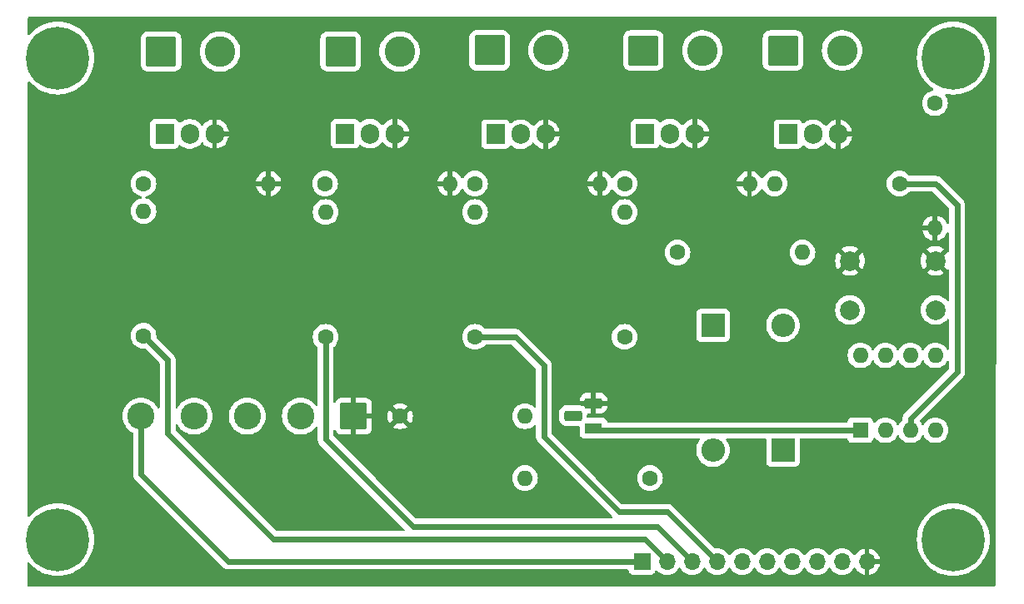
<source format=gtl>
G04 #@! TF.GenerationSoftware,KiCad,Pcbnew,8.0.7-8.0.7-0~ubuntu24.04.1*
G04 #@! TF.CreationDate,2025-01-24T13:02:35+01:00*
G04 #@! TF.ProjectId,astrobox_power_smallbox,61737472-6f62-46f7-985f-706f7765725f,1*
G04 #@! TF.SameCoordinates,Original*
G04 #@! TF.FileFunction,Copper,L1,Top*
G04 #@! TF.FilePolarity,Positive*
%FSLAX46Y46*%
G04 Gerber Fmt 4.6, Leading zero omitted, Abs format (unit mm)*
G04 Created by KiCad (PCBNEW 8.0.7-8.0.7-0~ubuntu24.04.1) date 2025-01-24 13:02:35*
%MOMM*%
%LPD*%
G01*
G04 APERTURE LIST*
G04 Aperture macros list*
%AMRoundRect*
0 Rectangle with rounded corners*
0 $1 Rounding radius*
0 $2 $3 $4 $5 $6 $7 $8 $9 X,Y pos of 4 corners*
0 Add a 4 corners polygon primitive as box body*
4,1,4,$2,$3,$4,$5,$6,$7,$8,$9,$2,$3,0*
0 Add four circle primitives for the rounded corners*
1,1,$1+$1,$2,$3*
1,1,$1+$1,$4,$5*
1,1,$1+$1,$6,$7*
1,1,$1+$1,$8,$9*
0 Add four rect primitives between the rounded corners*
20,1,$1+$1,$2,$3,$4,$5,0*
20,1,$1+$1,$4,$5,$6,$7,0*
20,1,$1+$1,$6,$7,$8,$9,0*
20,1,$1+$1,$8,$9,$2,$3,0*%
G04 Aperture macros list end*
G04 #@! TA.AperFunction,ComponentPad*
%ADD10RoundRect,0.249999X-1.300001X-1.300001X1.300001X-1.300001X1.300001X1.300001X-1.300001X1.300001X0*%
G04 #@! TD*
G04 #@! TA.AperFunction,ComponentPad*
%ADD11C,3.100000*%
G04 #@! TD*
G04 #@! TA.AperFunction,ComponentPad*
%ADD12R,1.905000X2.000000*%
G04 #@! TD*
G04 #@! TA.AperFunction,ComponentPad*
%ADD13O,1.905000X2.000000*%
G04 #@! TD*
G04 #@! TA.AperFunction,ComponentPad*
%ADD14C,6.400000*%
G04 #@! TD*
G04 #@! TA.AperFunction,ComponentPad*
%ADD15C,1.600000*%
G04 #@! TD*
G04 #@! TA.AperFunction,ComponentPad*
%ADD16O,1.600000X1.600000*%
G04 #@! TD*
G04 #@! TA.AperFunction,ComponentPad*
%ADD17R,1.600000X1.600000*%
G04 #@! TD*
G04 #@! TA.AperFunction,ComponentPad*
%ADD18R,2.400000X2.400000*%
G04 #@! TD*
G04 #@! TA.AperFunction,ComponentPad*
%ADD19O,2.400000X2.400000*%
G04 #@! TD*
G04 #@! TA.AperFunction,ComponentPad*
%ADD20R,1.700000X1.700000*%
G04 #@! TD*
G04 #@! TA.AperFunction,ComponentPad*
%ADD21O,1.700000X1.700000*%
G04 #@! TD*
G04 #@! TA.AperFunction,ComponentPad*
%ADD22C,2.000000*%
G04 #@! TD*
G04 #@! TA.AperFunction,ComponentPad*
%ADD23RoundRect,0.250000X1.125000X1.125000X-1.125000X1.125000X-1.125000X-1.125000X1.125000X-1.125000X0*%
G04 #@! TD*
G04 #@! TA.AperFunction,ComponentPad*
%ADD24C,2.750000*%
G04 #@! TD*
G04 #@! TA.AperFunction,ComponentPad*
%ADD25R,1.800000X1.100000*%
G04 #@! TD*
G04 #@! TA.AperFunction,ComponentPad*
%ADD26RoundRect,0.275000X0.625000X-0.275000X0.625000X0.275000X-0.625000X0.275000X-0.625000X-0.275000X0*%
G04 #@! TD*
G04 #@! TA.AperFunction,Conductor*
%ADD27C,0.600000*%
G04 #@! TD*
G04 APERTURE END LIST*
D10*
X147878800Y-54203600D03*
D11*
X153878800Y-54203600D03*
D10*
X163519600Y-54223800D03*
D11*
X169519600Y-54223800D03*
D12*
X114858800Y-62707400D03*
D13*
X117398800Y-62707400D03*
X119938800Y-62707400D03*
D14*
X104000000Y-55000000D03*
D10*
X132737600Y-54325400D03*
D11*
X138737600Y-54325400D03*
D15*
X166979600Y-74777600D03*
D16*
X179679600Y-74777600D03*
D12*
X133197600Y-62687200D03*
D13*
X135737600Y-62687200D03*
X138277600Y-62687200D03*
D17*
X185572400Y-92862400D03*
D16*
X188112400Y-92862400D03*
X190652400Y-92862400D03*
X193192400Y-92862400D03*
X193192400Y-85242400D03*
X190652400Y-85242400D03*
X188112400Y-85242400D03*
X185572400Y-85242400D03*
D10*
X177698400Y-54223800D03*
D11*
X183698400Y-54223800D03*
D18*
X177698400Y-94894400D03*
D19*
X177698400Y-82194400D03*
D20*
X163372800Y-106222800D03*
D21*
X165912800Y-106222800D03*
X168452800Y-106222800D03*
X170992800Y-106222800D03*
X173532800Y-106222800D03*
X176072800Y-106222800D03*
X178612800Y-106222800D03*
X181152800Y-106222800D03*
X183692800Y-106222800D03*
X186232800Y-106222800D03*
D15*
X161594800Y-67767200D03*
D16*
X174294800Y-67767200D03*
D15*
X146405600Y-67767200D03*
D16*
X159105600Y-67767200D03*
D14*
X195000000Y-55000000D03*
D12*
X178206400Y-62738000D03*
D13*
X180746400Y-62738000D03*
X183286400Y-62738000D03*
D15*
X164185600Y-97739200D03*
D16*
X151485600Y-97739200D03*
D15*
X161594800Y-83362800D03*
D16*
X161594800Y-70662800D03*
D15*
X112725200Y-67767200D03*
D16*
X125425200Y-67767200D03*
D15*
X146405600Y-83362800D03*
D16*
X146405600Y-70662800D03*
D14*
X195000000Y-104000000D03*
D22*
X184505600Y-80630400D03*
X184505600Y-75630400D03*
D18*
X170586400Y-82194400D03*
D19*
X170586400Y-94894400D03*
D22*
X193192400Y-80630400D03*
X193192400Y-75630400D03*
D12*
X148488400Y-62738000D03*
D13*
X151028400Y-62738000D03*
X153568400Y-62738000D03*
D15*
X131216400Y-83362800D03*
D16*
X131216400Y-70662800D03*
D15*
X189534800Y-67767200D03*
D16*
X176834800Y-67767200D03*
D15*
X112725200Y-83261200D03*
D16*
X112725200Y-70561200D03*
D15*
X131165600Y-67767200D03*
D16*
X143865600Y-67767200D03*
D14*
X104000000Y-104000000D03*
D12*
X163677600Y-62687200D03*
D13*
X166217600Y-62687200D03*
X168757600Y-62687200D03*
D15*
X193141600Y-59588400D03*
D16*
X193141600Y-72288400D03*
D10*
X114503200Y-54325400D03*
D11*
X120503200Y-54325400D03*
D23*
X134061200Y-91440000D03*
D24*
X128661200Y-91440000D03*
X123261200Y-91440000D03*
X117861200Y-91440000D03*
X112461200Y-91440000D03*
D25*
X158438800Y-92659200D03*
D26*
X156368800Y-91389200D03*
X158438800Y-90119200D03*
D15*
X138785600Y-91440000D03*
D16*
X151485600Y-91440000D03*
D27*
X163626800Y-103936800D02*
X125933200Y-103936800D01*
X115163600Y-85699600D02*
X112725200Y-83261200D01*
X125933200Y-103936800D02*
X115163600Y-93167200D01*
X115163600Y-93167200D02*
X115163600Y-85699600D01*
X165912800Y-106222800D02*
X163626800Y-103936800D01*
X165963600Y-101193600D02*
X161036000Y-101193600D01*
X161036000Y-101193600D02*
X153416000Y-93573600D01*
X150520400Y-83362800D02*
X146405600Y-83362800D01*
X153416000Y-93573600D02*
X153416000Y-86258400D01*
X153416000Y-86258400D02*
X150520400Y-83362800D01*
X170992800Y-106222800D02*
X165963600Y-101193600D01*
X121310400Y-106222800D02*
X112461200Y-97373600D01*
X112461200Y-97373600D02*
X112461200Y-91440000D01*
X163372800Y-106222800D02*
X121310400Y-106222800D01*
X168452800Y-106222800D02*
X164896800Y-102666800D01*
X140106400Y-102666800D02*
X131216400Y-93776800D01*
X164896800Y-102666800D02*
X140106400Y-102666800D01*
X131216400Y-93776800D02*
X131216400Y-83362800D01*
X158242000Y-92862400D02*
X158038800Y-92659200D01*
X185572400Y-92862400D02*
X158242000Y-92862400D01*
X195376800Y-69951600D02*
X193192400Y-67767200D01*
X190652400Y-92862400D02*
X190652400Y-91643200D01*
X193192400Y-67767200D02*
X189534800Y-67767200D01*
X190652400Y-91643200D02*
X195376800Y-86918800D01*
X195376800Y-86918800D02*
X195376800Y-69951600D01*
G04 #@! TA.AperFunction,Conductor*
G36*
X199358276Y-50819685D02*
G01*
X199404031Y-50872489D01*
X199415236Y-50924161D01*
X199397813Y-64172121D01*
X199339362Y-108613626D01*
X199319589Y-108680640D01*
X199266725Y-108726325D01*
X199215426Y-108737463D01*
X101038372Y-108788135D01*
X100971322Y-108768485D01*
X100925540Y-108715705D01*
X100914308Y-108664029D01*
X100916272Y-106422114D01*
X100936014Y-106355099D01*
X100988858Y-106309391D01*
X101058026Y-106299508D01*
X101121556Y-106328588D01*
X101136637Y-106344194D01*
X101246219Y-106479516D01*
X101520484Y-106753781D01*
X101648427Y-106857387D01*
X101821917Y-106997877D01*
X102039796Y-107139369D01*
X102147211Y-107209125D01*
X102492806Y-107385214D01*
X102854913Y-107524214D01*
X103229567Y-107624602D01*
X103612662Y-107685278D01*
X103978576Y-107704455D01*
X103999999Y-107705578D01*
X104000000Y-107705578D01*
X104000001Y-107705578D01*
X104020301Y-107704514D01*
X104387338Y-107685278D01*
X104770433Y-107624602D01*
X105145087Y-107524214D01*
X105507194Y-107385214D01*
X105852789Y-107209125D01*
X106178084Y-106997876D01*
X106479516Y-106753781D01*
X106753781Y-106479516D01*
X106997876Y-106178084D01*
X107209125Y-105852789D01*
X107385214Y-105507194D01*
X107524214Y-105145087D01*
X107624602Y-104770433D01*
X107685278Y-104387338D01*
X107705578Y-104000000D01*
X107685278Y-103612662D01*
X107624602Y-103229567D01*
X107524214Y-102854913D01*
X107385214Y-102492806D01*
X107209125Y-102147211D01*
X107109694Y-101994100D01*
X106997877Y-101821917D01*
X106753784Y-101520488D01*
X106753781Y-101520484D01*
X106479516Y-101246219D01*
X106178084Y-101002124D01*
X106178082Y-101002122D01*
X105852793Y-100790877D01*
X105507197Y-100614787D01*
X105145094Y-100475788D01*
X105145087Y-100475786D01*
X104770433Y-100375398D01*
X104770429Y-100375397D01*
X104770428Y-100375397D01*
X104387339Y-100314722D01*
X104000001Y-100294422D01*
X103999999Y-100294422D01*
X103612660Y-100314722D01*
X103229572Y-100375397D01*
X103229570Y-100375397D01*
X102854905Y-100475788D01*
X102492802Y-100614787D01*
X102147206Y-100790877D01*
X101821917Y-101002122D01*
X101520488Y-101246215D01*
X101520480Y-101246222D01*
X101246222Y-101520480D01*
X101246215Y-101520488D01*
X101140887Y-101650558D01*
X101083400Y-101690269D01*
X101013569Y-101692597D01*
X100953565Y-101656802D01*
X100922439Y-101594248D01*
X100920521Y-101572413D01*
X100929397Y-91439998D01*
X110580909Y-91439998D01*
X110580909Y-91440001D01*
X110600048Y-91707594D01*
X110600049Y-91707601D01*
X110657072Y-91969734D01*
X110750827Y-92221102D01*
X110750829Y-92221106D01*
X110879395Y-92456556D01*
X110879400Y-92456564D01*
X111040164Y-92671321D01*
X111040180Y-92671339D01*
X111229860Y-92861019D01*
X111229878Y-92861035D01*
X111444635Y-93021799D01*
X111444648Y-93021807D01*
X111596126Y-93104520D01*
X111645532Y-93153925D01*
X111660700Y-93213352D01*
X111660700Y-97452446D01*
X111691461Y-97607089D01*
X111691464Y-97607101D01*
X111751802Y-97752772D01*
X111751809Y-97752785D01*
X111839410Y-97883888D01*
X111839413Y-97883892D01*
X120800107Y-106844586D01*
X120800111Y-106844589D01*
X120931214Y-106932190D01*
X120931218Y-106932192D01*
X120931221Y-106932194D01*
X121076903Y-106992538D01*
X121231553Y-107023299D01*
X121231557Y-107023300D01*
X121231558Y-107023300D01*
X161900449Y-107023300D01*
X161967488Y-107042985D01*
X162013243Y-107095789D01*
X162023739Y-107134048D01*
X162028708Y-107180283D01*
X162079002Y-107315128D01*
X162079006Y-107315135D01*
X162165252Y-107430344D01*
X162165255Y-107430347D01*
X162280464Y-107516593D01*
X162280471Y-107516597D01*
X162415317Y-107566891D01*
X162415316Y-107566891D01*
X162422244Y-107567635D01*
X162474927Y-107573300D01*
X164270672Y-107573299D01*
X164330283Y-107566891D01*
X164465131Y-107516596D01*
X164580346Y-107430346D01*
X164666596Y-107315131D01*
X164715610Y-107183716D01*
X164757481Y-107127784D01*
X164822945Y-107103366D01*
X164891218Y-107118217D01*
X164919473Y-107139369D01*
X165041399Y-107261295D01*
X165138184Y-107329065D01*
X165234965Y-107396832D01*
X165234967Y-107396833D01*
X165234970Y-107396835D01*
X165449137Y-107496703D01*
X165677392Y-107557863D01*
X165853834Y-107573300D01*
X165912799Y-107578459D01*
X165912800Y-107578459D01*
X165912801Y-107578459D01*
X165971766Y-107573300D01*
X166148208Y-107557863D01*
X166376463Y-107496703D01*
X166590630Y-107396835D01*
X166784201Y-107261295D01*
X166951295Y-107094201D01*
X167081225Y-106908642D01*
X167135802Y-106865017D01*
X167205300Y-106857823D01*
X167267655Y-106889346D01*
X167284375Y-106908642D01*
X167414081Y-107093882D01*
X167414305Y-107094201D01*
X167581399Y-107261295D01*
X167678184Y-107329065D01*
X167774965Y-107396832D01*
X167774967Y-107396833D01*
X167774970Y-107396835D01*
X167989137Y-107496703D01*
X168217392Y-107557863D01*
X168393834Y-107573300D01*
X168452799Y-107578459D01*
X168452800Y-107578459D01*
X168452801Y-107578459D01*
X168511766Y-107573300D01*
X168688208Y-107557863D01*
X168916463Y-107496703D01*
X169130630Y-107396835D01*
X169324201Y-107261295D01*
X169491295Y-107094201D01*
X169621225Y-106908642D01*
X169675802Y-106865017D01*
X169745300Y-106857823D01*
X169807655Y-106889346D01*
X169824375Y-106908642D01*
X169954081Y-107093882D01*
X169954305Y-107094201D01*
X170121399Y-107261295D01*
X170218184Y-107329065D01*
X170314965Y-107396832D01*
X170314967Y-107396833D01*
X170314970Y-107396835D01*
X170529137Y-107496703D01*
X170757392Y-107557863D01*
X170933834Y-107573300D01*
X170992799Y-107578459D01*
X170992800Y-107578459D01*
X170992801Y-107578459D01*
X171051766Y-107573300D01*
X171228208Y-107557863D01*
X171456463Y-107496703D01*
X171670630Y-107396835D01*
X171864201Y-107261295D01*
X172031295Y-107094201D01*
X172161225Y-106908642D01*
X172215802Y-106865017D01*
X172285300Y-106857823D01*
X172347655Y-106889346D01*
X172364375Y-106908642D01*
X172494081Y-107093882D01*
X172494305Y-107094201D01*
X172661399Y-107261295D01*
X172758184Y-107329065D01*
X172854965Y-107396832D01*
X172854967Y-107396833D01*
X172854970Y-107396835D01*
X173069137Y-107496703D01*
X173297392Y-107557863D01*
X173473834Y-107573300D01*
X173532799Y-107578459D01*
X173532800Y-107578459D01*
X173532801Y-107578459D01*
X173591766Y-107573300D01*
X173768208Y-107557863D01*
X173996463Y-107496703D01*
X174210630Y-107396835D01*
X174404201Y-107261295D01*
X174571295Y-107094201D01*
X174701225Y-106908642D01*
X174755802Y-106865017D01*
X174825300Y-106857823D01*
X174887655Y-106889346D01*
X174904375Y-106908642D01*
X175034081Y-107093882D01*
X175034305Y-107094201D01*
X175201399Y-107261295D01*
X175298184Y-107329065D01*
X175394965Y-107396832D01*
X175394967Y-107396833D01*
X175394970Y-107396835D01*
X175609137Y-107496703D01*
X175837392Y-107557863D01*
X176013834Y-107573300D01*
X176072799Y-107578459D01*
X176072800Y-107578459D01*
X176072801Y-107578459D01*
X176131766Y-107573300D01*
X176308208Y-107557863D01*
X176536463Y-107496703D01*
X176750630Y-107396835D01*
X176944201Y-107261295D01*
X177111295Y-107094201D01*
X177241225Y-106908642D01*
X177295802Y-106865017D01*
X177365300Y-106857823D01*
X177427655Y-106889346D01*
X177444375Y-106908642D01*
X177574081Y-107093882D01*
X177574305Y-107094201D01*
X177741399Y-107261295D01*
X177838184Y-107329065D01*
X177934965Y-107396832D01*
X177934967Y-107396833D01*
X177934970Y-107396835D01*
X178149137Y-107496703D01*
X178377392Y-107557863D01*
X178553834Y-107573300D01*
X178612799Y-107578459D01*
X178612800Y-107578459D01*
X178612801Y-107578459D01*
X178671766Y-107573300D01*
X178848208Y-107557863D01*
X179076463Y-107496703D01*
X179290630Y-107396835D01*
X179484201Y-107261295D01*
X179651295Y-107094201D01*
X179781225Y-106908642D01*
X179835802Y-106865017D01*
X179905300Y-106857823D01*
X179967655Y-106889346D01*
X179984375Y-106908642D01*
X180114081Y-107093882D01*
X180114305Y-107094201D01*
X180281399Y-107261295D01*
X180378184Y-107329065D01*
X180474965Y-107396832D01*
X180474967Y-107396833D01*
X180474970Y-107396835D01*
X180689137Y-107496703D01*
X180917392Y-107557863D01*
X181093834Y-107573300D01*
X181152799Y-107578459D01*
X181152800Y-107578459D01*
X181152801Y-107578459D01*
X181211766Y-107573300D01*
X181388208Y-107557863D01*
X181616463Y-107496703D01*
X181830630Y-107396835D01*
X182024201Y-107261295D01*
X182191295Y-107094201D01*
X182321225Y-106908642D01*
X182375802Y-106865017D01*
X182445300Y-106857823D01*
X182507655Y-106889346D01*
X182524375Y-106908642D01*
X182654081Y-107093882D01*
X182654305Y-107094201D01*
X182821399Y-107261295D01*
X182918184Y-107329065D01*
X183014965Y-107396832D01*
X183014967Y-107396833D01*
X183014970Y-107396835D01*
X183229137Y-107496703D01*
X183457392Y-107557863D01*
X183633834Y-107573300D01*
X183692799Y-107578459D01*
X183692800Y-107578459D01*
X183692801Y-107578459D01*
X183751766Y-107573300D01*
X183928208Y-107557863D01*
X184156463Y-107496703D01*
X184370630Y-107396835D01*
X184564201Y-107261295D01*
X184731295Y-107094201D01*
X184861530Y-106908205D01*
X184916107Y-106864581D01*
X184985605Y-106857387D01*
X185047960Y-106888910D01*
X185064679Y-106908205D01*
X185194690Y-107093878D01*
X185361717Y-107260905D01*
X185555221Y-107396400D01*
X185769307Y-107496229D01*
X185769316Y-107496233D01*
X185982800Y-107553434D01*
X185982800Y-106655812D01*
X186039807Y-106688725D01*
X186166974Y-106722800D01*
X186298626Y-106722800D01*
X186425793Y-106688725D01*
X186482800Y-106655812D01*
X186482800Y-107553433D01*
X186696283Y-107496233D01*
X186696292Y-107496229D01*
X186910378Y-107396400D01*
X187103882Y-107260905D01*
X187270905Y-107093882D01*
X187406400Y-106900378D01*
X187506229Y-106686292D01*
X187506232Y-106686286D01*
X187563436Y-106472800D01*
X186665812Y-106472800D01*
X186698725Y-106415793D01*
X186732800Y-106288626D01*
X186732800Y-106156974D01*
X186698725Y-106029807D01*
X186665812Y-105972800D01*
X187563436Y-105972800D01*
X187563435Y-105972799D01*
X187506232Y-105759313D01*
X187506229Y-105759307D01*
X187406400Y-105545222D01*
X187406399Y-105545220D01*
X187270913Y-105351726D01*
X187270908Y-105351720D01*
X187103882Y-105184694D01*
X186910378Y-105049199D01*
X186696292Y-104949370D01*
X186696286Y-104949367D01*
X186482800Y-104892164D01*
X186482800Y-105789788D01*
X186425793Y-105756875D01*
X186298626Y-105722800D01*
X186166974Y-105722800D01*
X186039807Y-105756875D01*
X185982800Y-105789788D01*
X185982800Y-104892164D01*
X185982799Y-104892164D01*
X185769313Y-104949367D01*
X185769307Y-104949370D01*
X185555222Y-105049199D01*
X185555220Y-105049200D01*
X185361726Y-105184686D01*
X185361720Y-105184691D01*
X185194691Y-105351720D01*
X185194690Y-105351722D01*
X185064680Y-105537395D01*
X185010103Y-105581019D01*
X184940604Y-105588212D01*
X184878250Y-105556690D01*
X184861530Y-105537394D01*
X184731294Y-105351397D01*
X184564202Y-105184306D01*
X184564195Y-105184301D01*
X184370634Y-105048767D01*
X184370630Y-105048765D01*
X184298770Y-105015256D01*
X184156463Y-104948897D01*
X184156459Y-104948896D01*
X184156455Y-104948894D01*
X183928213Y-104887738D01*
X183928203Y-104887736D01*
X183692801Y-104867141D01*
X183692799Y-104867141D01*
X183457396Y-104887736D01*
X183457386Y-104887738D01*
X183229144Y-104948894D01*
X183229135Y-104948898D01*
X183014971Y-105048764D01*
X183014969Y-105048765D01*
X182821397Y-105184305D01*
X182654305Y-105351397D01*
X182524375Y-105536958D01*
X182469798Y-105580583D01*
X182400300Y-105587777D01*
X182337945Y-105556254D01*
X182321225Y-105536958D01*
X182191294Y-105351397D01*
X182024202Y-105184306D01*
X182024195Y-105184301D01*
X181830634Y-105048767D01*
X181830630Y-105048765D01*
X181758770Y-105015256D01*
X181616463Y-104948897D01*
X181616459Y-104948896D01*
X181616455Y-104948894D01*
X181388213Y-104887738D01*
X181388203Y-104887736D01*
X181152801Y-104867141D01*
X181152799Y-104867141D01*
X180917396Y-104887736D01*
X180917386Y-104887738D01*
X180689144Y-104948894D01*
X180689135Y-104948898D01*
X180474971Y-105048764D01*
X180474969Y-105048765D01*
X180281397Y-105184305D01*
X180114305Y-105351397D01*
X179984375Y-105536958D01*
X179929798Y-105580583D01*
X179860300Y-105587777D01*
X179797945Y-105556254D01*
X179781225Y-105536958D01*
X179651294Y-105351397D01*
X179484202Y-105184306D01*
X179484195Y-105184301D01*
X179290634Y-105048767D01*
X179290630Y-105048765D01*
X179218770Y-105015256D01*
X179076463Y-104948897D01*
X179076459Y-104948896D01*
X179076455Y-104948894D01*
X178848213Y-104887738D01*
X178848203Y-104887736D01*
X178612801Y-104867141D01*
X178612799Y-104867141D01*
X178377396Y-104887736D01*
X178377386Y-104887738D01*
X178149144Y-104948894D01*
X178149135Y-104948898D01*
X177934971Y-105048764D01*
X177934969Y-105048765D01*
X177741397Y-105184305D01*
X177574305Y-105351397D01*
X177444375Y-105536958D01*
X177389798Y-105580583D01*
X177320300Y-105587777D01*
X177257945Y-105556254D01*
X177241225Y-105536958D01*
X177111294Y-105351397D01*
X176944202Y-105184306D01*
X176944195Y-105184301D01*
X176750634Y-105048767D01*
X176750630Y-105048765D01*
X176678770Y-105015256D01*
X176536463Y-104948897D01*
X176536459Y-104948896D01*
X176536455Y-104948894D01*
X176308213Y-104887738D01*
X176308203Y-104887736D01*
X176072801Y-104867141D01*
X176072799Y-104867141D01*
X175837396Y-104887736D01*
X175837386Y-104887738D01*
X175609144Y-104948894D01*
X175609135Y-104948898D01*
X175394971Y-105048764D01*
X175394969Y-105048765D01*
X175201397Y-105184305D01*
X175034305Y-105351397D01*
X174904375Y-105536958D01*
X174849798Y-105580583D01*
X174780300Y-105587777D01*
X174717945Y-105556254D01*
X174701225Y-105536958D01*
X174571294Y-105351397D01*
X174404202Y-105184306D01*
X174404195Y-105184301D01*
X174210634Y-105048767D01*
X174210630Y-105048765D01*
X174138770Y-105015256D01*
X173996463Y-104948897D01*
X173996459Y-104948896D01*
X173996455Y-104948894D01*
X173768213Y-104887738D01*
X173768203Y-104887736D01*
X173532801Y-104867141D01*
X173532799Y-104867141D01*
X173297396Y-104887736D01*
X173297386Y-104887738D01*
X173069144Y-104948894D01*
X173069135Y-104948898D01*
X172854971Y-105048764D01*
X172854969Y-105048765D01*
X172661397Y-105184305D01*
X172494305Y-105351397D01*
X172364375Y-105536958D01*
X172309798Y-105580583D01*
X172240300Y-105587777D01*
X172177945Y-105556254D01*
X172161225Y-105536958D01*
X172031294Y-105351397D01*
X171864202Y-105184306D01*
X171864195Y-105184301D01*
X171670634Y-105048767D01*
X171670630Y-105048765D01*
X171598770Y-105015256D01*
X171456463Y-104948897D01*
X171456459Y-104948896D01*
X171456455Y-104948894D01*
X171228213Y-104887738D01*
X171228203Y-104887736D01*
X170992801Y-104867141D01*
X170992798Y-104867141D01*
X170844807Y-104880088D01*
X170776307Y-104866321D01*
X170746319Y-104844241D01*
X169902077Y-103999999D01*
X191294422Y-103999999D01*
X191294422Y-104000000D01*
X191314722Y-104387339D01*
X191362478Y-104688859D01*
X191375398Y-104770433D01*
X191449976Y-105048764D01*
X191475788Y-105145094D01*
X191614787Y-105507197D01*
X191790877Y-105852793D01*
X192002122Y-106178082D01*
X192002124Y-106178084D01*
X192246219Y-106479516D01*
X192520484Y-106753781D01*
X192648427Y-106857387D01*
X192821917Y-106997877D01*
X193039796Y-107139369D01*
X193147211Y-107209125D01*
X193492806Y-107385214D01*
X193854913Y-107524214D01*
X194229567Y-107624602D01*
X194612662Y-107685278D01*
X194978576Y-107704455D01*
X194999999Y-107705578D01*
X195000000Y-107705578D01*
X195000001Y-107705578D01*
X195020301Y-107704514D01*
X195387338Y-107685278D01*
X195770433Y-107624602D01*
X196145087Y-107524214D01*
X196507194Y-107385214D01*
X196852789Y-107209125D01*
X197178084Y-106997876D01*
X197479516Y-106753781D01*
X197753781Y-106479516D01*
X197997876Y-106178084D01*
X198209125Y-105852789D01*
X198385214Y-105507194D01*
X198524214Y-105145087D01*
X198624602Y-104770433D01*
X198685278Y-104387338D01*
X198705578Y-104000000D01*
X198685278Y-103612662D01*
X198624602Y-103229567D01*
X198524214Y-102854913D01*
X198385214Y-102492806D01*
X198209125Y-102147211D01*
X198109694Y-101994100D01*
X197997877Y-101821917D01*
X197753784Y-101520488D01*
X197753781Y-101520484D01*
X197479516Y-101246219D01*
X197178084Y-101002124D01*
X197178082Y-101002122D01*
X196852793Y-100790877D01*
X196507197Y-100614787D01*
X196145094Y-100475788D01*
X196145087Y-100475786D01*
X195770433Y-100375398D01*
X195770429Y-100375397D01*
X195770428Y-100375397D01*
X195387339Y-100314722D01*
X195000001Y-100294422D01*
X194999999Y-100294422D01*
X194612660Y-100314722D01*
X194229572Y-100375397D01*
X194229570Y-100375397D01*
X193854905Y-100475788D01*
X193492802Y-100614787D01*
X193147206Y-100790877D01*
X192821917Y-101002122D01*
X192520488Y-101246215D01*
X192520480Y-101246222D01*
X192246222Y-101520480D01*
X192246215Y-101520488D01*
X192002122Y-101821917D01*
X191790877Y-102147206D01*
X191614787Y-102492802D01*
X191475788Y-102854905D01*
X191375397Y-103229570D01*
X191375397Y-103229572D01*
X191314722Y-103612660D01*
X191294422Y-103999999D01*
X169902077Y-103999999D01*
X166473892Y-100571813D01*
X166473888Y-100571810D01*
X166342785Y-100484209D01*
X166342772Y-100484202D01*
X166197101Y-100423864D01*
X166197089Y-100423861D01*
X166042445Y-100393100D01*
X166042442Y-100393100D01*
X161418940Y-100393100D01*
X161351901Y-100373415D01*
X161331259Y-100356781D01*
X158713676Y-97739198D01*
X162880132Y-97739198D01*
X162880132Y-97739201D01*
X162899964Y-97965886D01*
X162899966Y-97965897D01*
X162958858Y-98185688D01*
X162958861Y-98185697D01*
X163055031Y-98391932D01*
X163055032Y-98391934D01*
X163185554Y-98578341D01*
X163346458Y-98739245D01*
X163346461Y-98739247D01*
X163532866Y-98869768D01*
X163739104Y-98965939D01*
X163958908Y-99024835D01*
X164120830Y-99039001D01*
X164185598Y-99044668D01*
X164185600Y-99044668D01*
X164185602Y-99044668D01*
X164242273Y-99039709D01*
X164412292Y-99024835D01*
X164632096Y-98965939D01*
X164838334Y-98869768D01*
X165024739Y-98739247D01*
X165185647Y-98578339D01*
X165316168Y-98391934D01*
X165412339Y-98185696D01*
X165471235Y-97965892D01*
X165488234Y-97771584D01*
X165491068Y-97739201D01*
X165491068Y-97739198D01*
X165471235Y-97512513D01*
X165471235Y-97512508D01*
X165412339Y-97292704D01*
X165316168Y-97086466D01*
X165185647Y-96900061D01*
X165185645Y-96900058D01*
X165024741Y-96739154D01*
X164838334Y-96608632D01*
X164838332Y-96608631D01*
X164632097Y-96512461D01*
X164632088Y-96512458D01*
X164412297Y-96453566D01*
X164412293Y-96453565D01*
X164412292Y-96453565D01*
X164412291Y-96453564D01*
X164412286Y-96453564D01*
X164185602Y-96433732D01*
X164185598Y-96433732D01*
X163958913Y-96453564D01*
X163958902Y-96453566D01*
X163739111Y-96512458D01*
X163739102Y-96512461D01*
X163532867Y-96608631D01*
X163532865Y-96608632D01*
X163346458Y-96739154D01*
X163185554Y-96900058D01*
X163055032Y-97086465D01*
X163055031Y-97086467D01*
X162958861Y-97292702D01*
X162958858Y-97292711D01*
X162899966Y-97512502D01*
X162899964Y-97512513D01*
X162880132Y-97739198D01*
X158713676Y-97739198D01*
X154252819Y-93278341D01*
X154219334Y-93217018D01*
X154216500Y-93190660D01*
X154216500Y-91070641D01*
X154968300Y-91070641D01*
X154968300Y-91707758D01*
X154982957Y-91837848D01*
X154982959Y-91837858D01*
X155038919Y-91997780D01*
X155040678Y-92002806D01*
X155133653Y-92150776D01*
X155257224Y-92274347D01*
X155405194Y-92367322D01*
X155570143Y-92425041D01*
X155570149Y-92425041D01*
X155570151Y-92425042D01*
X155611550Y-92429706D01*
X155700242Y-92439699D01*
X155700245Y-92439700D01*
X156914300Y-92439700D01*
X156981339Y-92459385D01*
X157027094Y-92512189D01*
X157038300Y-92563700D01*
X157038300Y-93257070D01*
X157038301Y-93257076D01*
X157044708Y-93316683D01*
X157095002Y-93451528D01*
X157095006Y-93451535D01*
X157181252Y-93566744D01*
X157181255Y-93566747D01*
X157296464Y-93652993D01*
X157296471Y-93652997D01*
X157431317Y-93703291D01*
X157431316Y-93703291D01*
X157438244Y-93704035D01*
X157490927Y-93709700D01*
X159386672Y-93709699D01*
X159446283Y-93703291D01*
X159501799Y-93682585D01*
X159533616Y-93670718D01*
X159576949Y-93662900D01*
X169135979Y-93662900D01*
X169203018Y-93682585D01*
X169248773Y-93735389D01*
X169258717Y-93804547D01*
X169232926Y-93864211D01*
X169200610Y-93904735D01*
X169177441Y-93933788D01*
X169050008Y-94154509D01*
X168956892Y-94391762D01*
X168956890Y-94391769D01*
X168900177Y-94640245D01*
X168881132Y-94894395D01*
X168881132Y-94894404D01*
X168900177Y-95148554D01*
X168900178Y-95148557D01*
X168956892Y-95397037D01*
X169050007Y-95634288D01*
X169177441Y-95855012D01*
X169336350Y-96054277D01*
X169523183Y-96227632D01*
X169733766Y-96371205D01*
X169733771Y-96371207D01*
X169733772Y-96371208D01*
X169733773Y-96371209D01*
X169855728Y-96429938D01*
X169963392Y-96481787D01*
X169963393Y-96481787D01*
X169963396Y-96481789D01*
X170206942Y-96556913D01*
X170458965Y-96594900D01*
X170713835Y-96594900D01*
X170965858Y-96556913D01*
X171209404Y-96481789D01*
X171439034Y-96371205D01*
X171649617Y-96227632D01*
X171836450Y-96054277D01*
X171995359Y-95855012D01*
X172122793Y-95634288D01*
X172215908Y-95397037D01*
X172272622Y-95148557D01*
X172291668Y-94894400D01*
X172272622Y-94640243D01*
X172215908Y-94391763D01*
X172122793Y-94154512D01*
X171995359Y-93933788D01*
X171939873Y-93864211D01*
X171913466Y-93799527D01*
X171926221Y-93730831D01*
X171974092Y-93679937D01*
X172036821Y-93662900D01*
X175873900Y-93662900D01*
X175940939Y-93682585D01*
X175986694Y-93735389D01*
X175997900Y-93786900D01*
X175997900Y-96142270D01*
X175997901Y-96142276D01*
X176004308Y-96201883D01*
X176054602Y-96336728D01*
X176054606Y-96336735D01*
X176140852Y-96451944D01*
X176140855Y-96451947D01*
X176256064Y-96538193D01*
X176256071Y-96538197D01*
X176390917Y-96588491D01*
X176390916Y-96588491D01*
X176397844Y-96589235D01*
X176450527Y-96594900D01*
X178946272Y-96594899D01*
X179005883Y-96588491D01*
X179140731Y-96538196D01*
X179255946Y-96451946D01*
X179342196Y-96336731D01*
X179392491Y-96201883D01*
X179398900Y-96142273D01*
X179398899Y-93786899D01*
X179418584Y-93719861D01*
X179471387Y-93674106D01*
X179522899Y-93662900D01*
X184155423Y-93662900D01*
X184222462Y-93682585D01*
X184268217Y-93735389D01*
X184275666Y-93762534D01*
X184276524Y-93762332D01*
X184278307Y-93769879D01*
X184328602Y-93904728D01*
X184328606Y-93904735D01*
X184414852Y-94019944D01*
X184414855Y-94019947D01*
X184530064Y-94106193D01*
X184530071Y-94106197D01*
X184664917Y-94156491D01*
X184664916Y-94156491D01*
X184671844Y-94157235D01*
X184724527Y-94162900D01*
X186420272Y-94162899D01*
X186479883Y-94156491D01*
X186614731Y-94106196D01*
X186729946Y-94019946D01*
X186816196Y-93904731D01*
X186866491Y-93769883D01*
X186870262Y-93734801D01*
X186896999Y-93670255D01*
X186954390Y-93630406D01*
X187024216Y-93627911D01*
X187084305Y-93663563D01*
X187095125Y-93676935D01*
X187095512Y-93677488D01*
X187112356Y-93701543D01*
X187273258Y-93862445D01*
X187273261Y-93862447D01*
X187459666Y-93992968D01*
X187665904Y-94089139D01*
X187885708Y-94148035D01*
X188047630Y-94162201D01*
X188112398Y-94167868D01*
X188112400Y-94167868D01*
X188112402Y-94167868D01*
X188169207Y-94162898D01*
X188339092Y-94148035D01*
X188558896Y-94089139D01*
X188765134Y-93992968D01*
X188951539Y-93862447D01*
X189112447Y-93701539D01*
X189242968Y-93515134D01*
X189270018Y-93457124D01*
X189316190Y-93404685D01*
X189383383Y-93385533D01*
X189450265Y-93405748D01*
X189494782Y-93457125D01*
X189521829Y-93515128D01*
X189521832Y-93515134D01*
X189652354Y-93701541D01*
X189813258Y-93862445D01*
X189813261Y-93862447D01*
X189999666Y-93992968D01*
X190205904Y-94089139D01*
X190425708Y-94148035D01*
X190587630Y-94162201D01*
X190652398Y-94167868D01*
X190652400Y-94167868D01*
X190652402Y-94167868D01*
X190709207Y-94162898D01*
X190879092Y-94148035D01*
X191098896Y-94089139D01*
X191305134Y-93992968D01*
X191491539Y-93862447D01*
X191652447Y-93701539D01*
X191782968Y-93515134D01*
X191810018Y-93457124D01*
X191856190Y-93404685D01*
X191923383Y-93385533D01*
X191990265Y-93405748D01*
X192034782Y-93457125D01*
X192061829Y-93515128D01*
X192061832Y-93515134D01*
X192192354Y-93701541D01*
X192353258Y-93862445D01*
X192353261Y-93862447D01*
X192539666Y-93992968D01*
X192745904Y-94089139D01*
X192965708Y-94148035D01*
X193127630Y-94162201D01*
X193192398Y-94167868D01*
X193192400Y-94167868D01*
X193192402Y-94167868D01*
X193249207Y-94162898D01*
X193419092Y-94148035D01*
X193638896Y-94089139D01*
X193845134Y-93992968D01*
X194031539Y-93862447D01*
X194192447Y-93701539D01*
X194322968Y-93515134D01*
X194419139Y-93308896D01*
X194478035Y-93089092D01*
X194497868Y-92862400D01*
X194478035Y-92635708D01*
X194419139Y-92415904D01*
X194322968Y-92209666D01*
X194192447Y-92023261D01*
X194192445Y-92023258D01*
X194031541Y-91862354D01*
X193845134Y-91731832D01*
X193845132Y-91731831D01*
X193638897Y-91635661D01*
X193638888Y-91635658D01*
X193419097Y-91576766D01*
X193419093Y-91576765D01*
X193419092Y-91576765D01*
X193419091Y-91576764D01*
X193419086Y-91576764D01*
X193192402Y-91556932D01*
X193192398Y-91556932D01*
X192965713Y-91576764D01*
X192965702Y-91576766D01*
X192745911Y-91635658D01*
X192745902Y-91635661D01*
X192539667Y-91731831D01*
X192539665Y-91731832D01*
X192353258Y-91862354D01*
X192192354Y-92023258D01*
X192061832Y-92209665D01*
X192061831Y-92209667D01*
X192056499Y-92221102D01*
X192039804Y-92256906D01*
X192034782Y-92267675D01*
X191988609Y-92320114D01*
X191921416Y-92339266D01*
X191854535Y-92319050D01*
X191810018Y-92267675D01*
X191782968Y-92209666D01*
X191652447Y-92023261D01*
X191652445Y-92023258D01*
X191616113Y-91986926D01*
X191582628Y-91925603D01*
X191587612Y-91855911D01*
X191616111Y-91811566D01*
X195998589Y-87429089D01*
X196086194Y-87297979D01*
X196146538Y-87152297D01*
X196177300Y-86997642D01*
X196177300Y-86839957D01*
X196177300Y-69872758D01*
X196177300Y-69872755D01*
X196177299Y-69872753D01*
X196147324Y-69722061D01*
X196146537Y-69718103D01*
X196123611Y-69662754D01*
X196086197Y-69572427D01*
X196086190Y-69572414D01*
X195998590Y-69441312D01*
X195987909Y-69430631D01*
X195887089Y-69329811D01*
X194847020Y-68289742D01*
X193702692Y-67145413D01*
X193702688Y-67145410D01*
X193571585Y-67057809D01*
X193571572Y-67057802D01*
X193425901Y-66997464D01*
X193425889Y-66997461D01*
X193271245Y-66966700D01*
X193271242Y-66966700D01*
X190624849Y-66966700D01*
X190557810Y-66947015D01*
X190537168Y-66930381D01*
X190373941Y-66767154D01*
X190187534Y-66636632D01*
X190187532Y-66636631D01*
X189981297Y-66540461D01*
X189981288Y-66540458D01*
X189761497Y-66481566D01*
X189761493Y-66481565D01*
X189761492Y-66481565D01*
X189761491Y-66481564D01*
X189761486Y-66481564D01*
X189534802Y-66461732D01*
X189534798Y-66461732D01*
X189308113Y-66481564D01*
X189308102Y-66481566D01*
X189088311Y-66540458D01*
X189088302Y-66540461D01*
X188882067Y-66636631D01*
X188882065Y-66636632D01*
X188695658Y-66767154D01*
X188534754Y-66928058D01*
X188404232Y-67114465D01*
X188404231Y-67114467D01*
X188308061Y-67320702D01*
X188308058Y-67320711D01*
X188249166Y-67540502D01*
X188249164Y-67540513D01*
X188229332Y-67767198D01*
X188229332Y-67767201D01*
X188249164Y-67993886D01*
X188249166Y-67993897D01*
X188308058Y-68213688D01*
X188308061Y-68213697D01*
X188404231Y-68419932D01*
X188404232Y-68419934D01*
X188534754Y-68606341D01*
X188695658Y-68767245D01*
X188695661Y-68767247D01*
X188882066Y-68897768D01*
X189088304Y-68993939D01*
X189308108Y-69052835D01*
X189470030Y-69067001D01*
X189534798Y-69072668D01*
X189534800Y-69072668D01*
X189534802Y-69072668D01*
X189591473Y-69067709D01*
X189761492Y-69052835D01*
X189981296Y-68993939D01*
X190187534Y-68897768D01*
X190373939Y-68767247D01*
X190374329Y-68766857D01*
X190537168Y-68604019D01*
X190598491Y-68570534D01*
X190624849Y-68567700D01*
X192809460Y-68567700D01*
X192876499Y-68587385D01*
X192897141Y-68604019D01*
X194539981Y-70246859D01*
X194573466Y-70308182D01*
X194576300Y-70334540D01*
X194576300Y-71729733D01*
X194556615Y-71796772D01*
X194503811Y-71842527D01*
X194434653Y-71852471D01*
X194371097Y-71823446D01*
X194339918Y-71782138D01*
X194271734Y-71635917D01*
X194141257Y-71449579D01*
X193980420Y-71288742D01*
X193794082Y-71158265D01*
X193587928Y-71062134D01*
X193391600Y-71009527D01*
X193391600Y-71972714D01*
X193387206Y-71968320D01*
X193295994Y-71915659D01*
X193194261Y-71888400D01*
X193088939Y-71888400D01*
X192987206Y-71915659D01*
X192895994Y-71968320D01*
X192891600Y-71972714D01*
X192891600Y-71009527D01*
X192695271Y-71062134D01*
X192489117Y-71158265D01*
X192302779Y-71288742D01*
X192141942Y-71449579D01*
X192011465Y-71635917D01*
X191915334Y-71842073D01*
X191915330Y-71842082D01*
X191862727Y-72038399D01*
X191862728Y-72038400D01*
X192825914Y-72038400D01*
X192821520Y-72042794D01*
X192768859Y-72134006D01*
X192741600Y-72235739D01*
X192741600Y-72341061D01*
X192768859Y-72442794D01*
X192821520Y-72534006D01*
X192825914Y-72538400D01*
X191862728Y-72538400D01*
X191915330Y-72734717D01*
X191915334Y-72734726D01*
X192011465Y-72940882D01*
X192141942Y-73127220D01*
X192302779Y-73288057D01*
X192489117Y-73418534D01*
X192695273Y-73514665D01*
X192695282Y-73514669D01*
X192891599Y-73567272D01*
X192891600Y-73567271D01*
X192891600Y-72604086D01*
X192895994Y-72608480D01*
X192987206Y-72661141D01*
X193088939Y-72688400D01*
X193194261Y-72688400D01*
X193295994Y-72661141D01*
X193387206Y-72608480D01*
X193391600Y-72604086D01*
X193391600Y-73567272D01*
X193587917Y-73514669D01*
X193587926Y-73514665D01*
X193794082Y-73418534D01*
X193980420Y-73288057D01*
X194141257Y-73127220D01*
X194271733Y-72940882D01*
X194339918Y-72794661D01*
X194386090Y-72742222D01*
X194453284Y-72723070D01*
X194520165Y-72743286D01*
X194565499Y-72796451D01*
X194576300Y-72847066D01*
X194576300Y-74639633D01*
X194556615Y-74706672D01*
X194503811Y-74752427D01*
X194439509Y-74762972D01*
X194415835Y-74760516D01*
X193675362Y-75500990D01*
X193658325Y-75437407D01*
X193592499Y-75323393D01*
X193499407Y-75230301D01*
X193385393Y-75164475D01*
X193321809Y-75147437D01*
X194062455Y-74406789D01*
X194062455Y-74406788D01*
X194015636Y-74370347D01*
X194015631Y-74370344D01*
X193797014Y-74252035D01*
X193797003Y-74252030D01*
X193561893Y-74171316D01*
X193316693Y-74130400D01*
X193068107Y-74130400D01*
X192822906Y-74171316D01*
X192587796Y-74252030D01*
X192587785Y-74252035D01*
X192369170Y-74370343D01*
X192322343Y-74406789D01*
X193062991Y-75147437D01*
X192999407Y-75164475D01*
X192885393Y-75230301D01*
X192792301Y-75323393D01*
X192726475Y-75437407D01*
X192709437Y-75500990D01*
X191968963Y-74760517D01*
X191868667Y-74914033D01*
X191868665Y-74914037D01*
X191768812Y-75141682D01*
X191707787Y-75382661D01*
X191707785Y-75382670D01*
X191687259Y-75630394D01*
X191687259Y-75630405D01*
X191707785Y-75878129D01*
X191707787Y-75878138D01*
X191768812Y-76119117D01*
X191868667Y-76346767D01*
X191968962Y-76500281D01*
X192709437Y-75759808D01*
X192726475Y-75823393D01*
X192792301Y-75937407D01*
X192885393Y-76030499D01*
X192999407Y-76096325D01*
X193062991Y-76113362D01*
X192322343Y-76854009D01*
X192369168Y-76890455D01*
X192369171Y-76890457D01*
X192587785Y-77008764D01*
X192587796Y-77008769D01*
X192822906Y-77089483D01*
X193068107Y-77130400D01*
X193316693Y-77130400D01*
X193561893Y-77089483D01*
X193797003Y-77008769D01*
X193797014Y-77008764D01*
X194015630Y-76890456D01*
X194015636Y-76890451D01*
X194062455Y-76854010D01*
X194062456Y-76854009D01*
X193321808Y-76113362D01*
X193385393Y-76096325D01*
X193499407Y-76030499D01*
X193592499Y-75937407D01*
X193658325Y-75823393D01*
X193675362Y-75759809D01*
X194415835Y-76500282D01*
X194439508Y-76497827D01*
X194508220Y-76510490D01*
X194559178Y-76558292D01*
X194576300Y-76621165D01*
X194576300Y-79600456D01*
X194556615Y-79667495D01*
X194503811Y-79713250D01*
X194434653Y-79723194D01*
X194371097Y-79694169D01*
X194361070Y-79684439D01*
X194283758Y-79600456D01*
X194212144Y-79522662D01*
X194015909Y-79369926D01*
X194015907Y-79369925D01*
X194015906Y-79369924D01*
X193797211Y-79251572D01*
X193797202Y-79251569D01*
X193562016Y-79170829D01*
X193316735Y-79129900D01*
X193068065Y-79129900D01*
X192822783Y-79170829D01*
X192587597Y-79251569D01*
X192587588Y-79251572D01*
X192368893Y-79369924D01*
X192172657Y-79522661D01*
X192004233Y-79705617D01*
X191868226Y-79913793D01*
X191768336Y-80141518D01*
X191707292Y-80382575D01*
X191707290Y-80382587D01*
X191686757Y-80630394D01*
X191686757Y-80630405D01*
X191707290Y-80878212D01*
X191707292Y-80878224D01*
X191768336Y-81119281D01*
X191868226Y-81347006D01*
X192004233Y-81555182D01*
X192004236Y-81555185D01*
X192172656Y-81738138D01*
X192368891Y-81890874D01*
X192587590Y-82009228D01*
X192822786Y-82089971D01*
X193068065Y-82130900D01*
X193316735Y-82130900D01*
X193562014Y-82089971D01*
X193797210Y-82009228D01*
X194015909Y-81890874D01*
X194212144Y-81738138D01*
X194361072Y-81576358D01*
X194420957Y-81540370D01*
X194490795Y-81542470D01*
X194548411Y-81581994D01*
X194575513Y-81646393D01*
X194576300Y-81660343D01*
X194576300Y-84573610D01*
X194556615Y-84640649D01*
X194503811Y-84686404D01*
X194434653Y-84696348D01*
X194371097Y-84667323D01*
X194339918Y-84626016D01*
X194322968Y-84589666D01*
X194192447Y-84403261D01*
X194192445Y-84403258D01*
X194031541Y-84242354D01*
X193845134Y-84111832D01*
X193845132Y-84111831D01*
X193638897Y-84015661D01*
X193638888Y-84015658D01*
X193419097Y-83956766D01*
X193419093Y-83956765D01*
X193419092Y-83956765D01*
X193419091Y-83956764D01*
X193419086Y-83956764D01*
X193192402Y-83936932D01*
X193192398Y-83936932D01*
X192965713Y-83956764D01*
X192965702Y-83956766D01*
X192745911Y-84015658D01*
X192745902Y-84015661D01*
X192539667Y-84111831D01*
X192539665Y-84111832D01*
X192353258Y-84242354D01*
X192192354Y-84403258D01*
X192061832Y-84589665D01*
X192061831Y-84589667D01*
X192034782Y-84647675D01*
X191988609Y-84700114D01*
X191921416Y-84719266D01*
X191854535Y-84699050D01*
X191810018Y-84647675D01*
X191782968Y-84589667D01*
X191782967Y-84589665D01*
X191782966Y-84589664D01*
X191652447Y-84403261D01*
X191652445Y-84403258D01*
X191491541Y-84242354D01*
X191305134Y-84111832D01*
X191305132Y-84111831D01*
X191098897Y-84015661D01*
X191098888Y-84015658D01*
X190879097Y-83956766D01*
X190879093Y-83956765D01*
X190879092Y-83956765D01*
X190879091Y-83956764D01*
X190879086Y-83956764D01*
X190652402Y-83936932D01*
X190652398Y-83936932D01*
X190425713Y-83956764D01*
X190425702Y-83956766D01*
X190205911Y-84015658D01*
X190205902Y-84015661D01*
X189999667Y-84111831D01*
X189999665Y-84111832D01*
X189813258Y-84242354D01*
X189652354Y-84403258D01*
X189521832Y-84589665D01*
X189521831Y-84589667D01*
X189494782Y-84647675D01*
X189448609Y-84700114D01*
X189381416Y-84719266D01*
X189314535Y-84699050D01*
X189270018Y-84647675D01*
X189242968Y-84589667D01*
X189242967Y-84589665D01*
X189242966Y-84589664D01*
X189112447Y-84403261D01*
X189112445Y-84403258D01*
X188951541Y-84242354D01*
X188765134Y-84111832D01*
X188765132Y-84111831D01*
X188558897Y-84015661D01*
X188558888Y-84015658D01*
X188339097Y-83956766D01*
X188339093Y-83956765D01*
X188339092Y-83956765D01*
X188339091Y-83956764D01*
X188339086Y-83956764D01*
X188112402Y-83936932D01*
X188112398Y-83936932D01*
X187885713Y-83956764D01*
X187885702Y-83956766D01*
X187665911Y-84015658D01*
X187665902Y-84015661D01*
X187459667Y-84111831D01*
X187459665Y-84111832D01*
X187273258Y-84242354D01*
X187112354Y-84403258D01*
X186981832Y-84589665D01*
X186981831Y-84589667D01*
X186954782Y-84647675D01*
X186908609Y-84700114D01*
X186841416Y-84719266D01*
X186774535Y-84699050D01*
X186730018Y-84647675D01*
X186702968Y-84589667D01*
X186702967Y-84589665D01*
X186702966Y-84589664D01*
X186572447Y-84403261D01*
X186572445Y-84403258D01*
X186411541Y-84242354D01*
X186225134Y-84111832D01*
X186225132Y-84111831D01*
X186018897Y-84015661D01*
X186018888Y-84015658D01*
X185799097Y-83956766D01*
X185799093Y-83956765D01*
X185799092Y-83956765D01*
X185799091Y-83956764D01*
X185799086Y-83956764D01*
X185572402Y-83936932D01*
X185572398Y-83936932D01*
X185345713Y-83956764D01*
X185345702Y-83956766D01*
X185125911Y-84015658D01*
X185125902Y-84015661D01*
X184919667Y-84111831D01*
X184919665Y-84111832D01*
X184733258Y-84242354D01*
X184572354Y-84403258D01*
X184441832Y-84589665D01*
X184441831Y-84589667D01*
X184345661Y-84795902D01*
X184345658Y-84795911D01*
X184286766Y-85015702D01*
X184286764Y-85015713D01*
X184266932Y-85242398D01*
X184266932Y-85242401D01*
X184286764Y-85469086D01*
X184286766Y-85469097D01*
X184345658Y-85688888D01*
X184345661Y-85688897D01*
X184441831Y-85895132D01*
X184441832Y-85895134D01*
X184572354Y-86081541D01*
X184733258Y-86242445D01*
X184733261Y-86242447D01*
X184919666Y-86372968D01*
X185125904Y-86469139D01*
X185345708Y-86528035D01*
X185507630Y-86542201D01*
X185572398Y-86547868D01*
X185572400Y-86547868D01*
X185572402Y-86547868D01*
X185629073Y-86542909D01*
X185799092Y-86528035D01*
X186018896Y-86469139D01*
X186225134Y-86372968D01*
X186411539Y-86242447D01*
X186572447Y-86081539D01*
X186702968Y-85895134D01*
X186730018Y-85837124D01*
X186776190Y-85784685D01*
X186843383Y-85765533D01*
X186910265Y-85785748D01*
X186954782Y-85837125D01*
X186981829Y-85895128D01*
X186981832Y-85895134D01*
X187112354Y-86081541D01*
X187273258Y-86242445D01*
X187273261Y-86242447D01*
X187459666Y-86372968D01*
X187665904Y-86469139D01*
X187885708Y-86528035D01*
X188047630Y-86542201D01*
X188112398Y-86547868D01*
X188112400Y-86547868D01*
X188112402Y-86547868D01*
X188169073Y-86542909D01*
X188339092Y-86528035D01*
X188558896Y-86469139D01*
X188765134Y-86372968D01*
X188951539Y-86242447D01*
X189112447Y-86081539D01*
X189242968Y-85895134D01*
X189270018Y-85837124D01*
X189316190Y-85784685D01*
X189383383Y-85765533D01*
X189450265Y-85785748D01*
X189494782Y-85837125D01*
X189521829Y-85895128D01*
X189521832Y-85895134D01*
X189652354Y-86081541D01*
X189813258Y-86242445D01*
X189813261Y-86242447D01*
X189999666Y-86372968D01*
X190205904Y-86469139D01*
X190425708Y-86528035D01*
X190587630Y-86542201D01*
X190652398Y-86547868D01*
X190652400Y-86547868D01*
X190652402Y-86547868D01*
X190709073Y-86542909D01*
X190879092Y-86528035D01*
X191098896Y-86469139D01*
X191305134Y-86372968D01*
X191491539Y-86242447D01*
X191652447Y-86081539D01*
X191782968Y-85895134D01*
X191810018Y-85837124D01*
X191856190Y-85784685D01*
X191923383Y-85765533D01*
X191990265Y-85785748D01*
X192034782Y-85837125D01*
X192061829Y-85895128D01*
X192061832Y-85895134D01*
X192192354Y-86081541D01*
X192353258Y-86242445D01*
X192353261Y-86242447D01*
X192539666Y-86372968D01*
X192745904Y-86469139D01*
X192965708Y-86528035D01*
X193127630Y-86542201D01*
X193192398Y-86547868D01*
X193192400Y-86547868D01*
X193192402Y-86547868D01*
X193249073Y-86542909D01*
X193419092Y-86528035D01*
X193638896Y-86469139D01*
X193845134Y-86372968D01*
X194031539Y-86242447D01*
X194192447Y-86081539D01*
X194322968Y-85895134D01*
X194339918Y-85858783D01*
X194386090Y-85806345D01*
X194453284Y-85787193D01*
X194520165Y-85807409D01*
X194565499Y-85860574D01*
X194576300Y-85911189D01*
X194576300Y-86535860D01*
X194556615Y-86602899D01*
X194539981Y-86623541D01*
X190142111Y-91021411D01*
X190096263Y-91067259D01*
X190030609Y-91132912D01*
X189943009Y-91264014D01*
X189943002Y-91264027D01*
X189882664Y-91409698D01*
X189882661Y-91409710D01*
X189851900Y-91564353D01*
X189851900Y-91772351D01*
X189832215Y-91839390D01*
X189815581Y-91860032D01*
X189652354Y-92023258D01*
X189521832Y-92209665D01*
X189521831Y-92209667D01*
X189516499Y-92221102D01*
X189499804Y-92256906D01*
X189494782Y-92267675D01*
X189448609Y-92320114D01*
X189381416Y-92339266D01*
X189314535Y-92319050D01*
X189270018Y-92267675D01*
X189242968Y-92209666D01*
X189112447Y-92023261D01*
X189112445Y-92023258D01*
X188951541Y-91862354D01*
X188765134Y-91731832D01*
X188765132Y-91731831D01*
X188558897Y-91635661D01*
X188558888Y-91635658D01*
X188339097Y-91576766D01*
X188339093Y-91576765D01*
X188339092Y-91576765D01*
X188339091Y-91576764D01*
X188339086Y-91576764D01*
X188112402Y-91556932D01*
X188112398Y-91556932D01*
X187885713Y-91576764D01*
X187885702Y-91576766D01*
X187665911Y-91635658D01*
X187665902Y-91635661D01*
X187459667Y-91731831D01*
X187459665Y-91731832D01*
X187273258Y-91862354D01*
X187112354Y-92023258D01*
X187095125Y-92047864D01*
X187040547Y-92091488D01*
X186971048Y-92098680D01*
X186908694Y-92067157D01*
X186873282Y-92006926D01*
X186870261Y-91989991D01*
X186866491Y-91954916D01*
X186816197Y-91820071D01*
X186816193Y-91820064D01*
X186729947Y-91704855D01*
X186729944Y-91704852D01*
X186614735Y-91618606D01*
X186614728Y-91618602D01*
X186479882Y-91568308D01*
X186479883Y-91568308D01*
X186420283Y-91561901D01*
X186420281Y-91561900D01*
X186420273Y-91561900D01*
X186420264Y-91561900D01*
X184724529Y-91561900D01*
X184724523Y-91561901D01*
X184664916Y-91568308D01*
X184530071Y-91618602D01*
X184530064Y-91618606D01*
X184414855Y-91704852D01*
X184414852Y-91704855D01*
X184328606Y-91820064D01*
X184328602Y-91820071D01*
X184278308Y-91954917D01*
X184276526Y-91962462D01*
X184274253Y-91961925D01*
X184251971Y-92015712D01*
X184194577Y-92055557D01*
X184155424Y-92061900D01*
X159941433Y-92061900D01*
X159874394Y-92042215D01*
X159828639Y-91989411D01*
X159825251Y-91981233D01*
X159782597Y-91866871D01*
X159782593Y-91866864D01*
X159696347Y-91751655D01*
X159696344Y-91751652D01*
X159581135Y-91665406D01*
X159581128Y-91665402D01*
X159446282Y-91615108D01*
X159446283Y-91615108D01*
X159386683Y-91608701D01*
X159386681Y-91608700D01*
X159386673Y-91608700D01*
X159386665Y-91608700D01*
X157893300Y-91608700D01*
X157826261Y-91589015D01*
X157780506Y-91536211D01*
X157769300Y-91484700D01*
X157769300Y-91293200D01*
X157788985Y-91226161D01*
X157841789Y-91180406D01*
X157893300Y-91169200D01*
X158188800Y-91169200D01*
X158688800Y-91169200D01*
X159107327Y-91169200D01*
X159107330Y-91169199D01*
X159237339Y-91154551D01*
X159402186Y-91096869D01*
X159550062Y-91003953D01*
X159673553Y-90880462D01*
X159766469Y-90732586D01*
X159824151Y-90567739D01*
X159838799Y-90437730D01*
X159838800Y-90437726D01*
X159838800Y-90369200D01*
X158688800Y-90369200D01*
X158688800Y-91169200D01*
X158188800Y-91169200D01*
X158188800Y-90465610D01*
X158269055Y-90419275D01*
X158338875Y-90349455D01*
X158388244Y-90263945D01*
X158413800Y-90168570D01*
X158413800Y-90069830D01*
X158388244Y-89974455D01*
X158338875Y-89888945D01*
X158319130Y-89869200D01*
X158688800Y-89869200D01*
X159838800Y-89869200D01*
X159838800Y-89800673D01*
X159838799Y-89800669D01*
X159824151Y-89670660D01*
X159766469Y-89505813D01*
X159673553Y-89357937D01*
X159550062Y-89234446D01*
X159402186Y-89141530D01*
X159237339Y-89083848D01*
X159107330Y-89069200D01*
X158688800Y-89069200D01*
X158688800Y-89869200D01*
X158319130Y-89869200D01*
X158269055Y-89819125D01*
X158188800Y-89772789D01*
X158188800Y-89069200D01*
X157770269Y-89069200D01*
X157640260Y-89083848D01*
X157475413Y-89141530D01*
X157327537Y-89234446D01*
X157204046Y-89357937D01*
X157111130Y-89505813D01*
X157053448Y-89670660D01*
X157038800Y-89800669D01*
X157038800Y-89869200D01*
X157758470Y-89869200D01*
X157738725Y-89888945D01*
X157689356Y-89974455D01*
X157663800Y-90069830D01*
X157663800Y-90168570D01*
X157689356Y-90263945D01*
X157738725Y-90349455D01*
X157758470Y-90369200D01*
X157233795Y-90369200D01*
X157192840Y-90362241D01*
X157167458Y-90353359D01*
X157167448Y-90353357D01*
X157037358Y-90338700D01*
X157037352Y-90338700D01*
X155700248Y-90338700D01*
X155700241Y-90338700D01*
X155570151Y-90353357D01*
X155570141Y-90353359D01*
X155405195Y-90411077D01*
X155257223Y-90504053D01*
X155133653Y-90627623D01*
X155040677Y-90775595D01*
X154982959Y-90940541D01*
X154982957Y-90940551D01*
X154968300Y-91070641D01*
X154216500Y-91070641D01*
X154216500Y-86179555D01*
X154216499Y-86179553D01*
X154197003Y-86081541D01*
X154185737Y-86024903D01*
X154185735Y-86024898D01*
X154125397Y-85879227D01*
X154125390Y-85879214D01*
X154037790Y-85748112D01*
X154037789Y-85748111D01*
X153926289Y-85636611D01*
X152489297Y-84199619D01*
X151652477Y-83362798D01*
X160289332Y-83362798D01*
X160289332Y-83362801D01*
X160309164Y-83589486D01*
X160309166Y-83589497D01*
X160368058Y-83809288D01*
X160368061Y-83809297D01*
X160464231Y-84015532D01*
X160464232Y-84015534D01*
X160594754Y-84201941D01*
X160755658Y-84362845D01*
X160755661Y-84362847D01*
X160942066Y-84493368D01*
X161148304Y-84589539D01*
X161148309Y-84589540D01*
X161148311Y-84589541D01*
X161163475Y-84593604D01*
X161368108Y-84648435D01*
X161530030Y-84662601D01*
X161594798Y-84668268D01*
X161594800Y-84668268D01*
X161594802Y-84668268D01*
X161651473Y-84663309D01*
X161821492Y-84648435D01*
X162041296Y-84589539D01*
X162247534Y-84493368D01*
X162433939Y-84362847D01*
X162594847Y-84201939D01*
X162725368Y-84015534D01*
X162821539Y-83809296D01*
X162880435Y-83589492D01*
X162900268Y-83362800D01*
X162899522Y-83354278D01*
X162882089Y-83155012D01*
X162880435Y-83136108D01*
X162821539Y-82916304D01*
X162725368Y-82710066D01*
X162608119Y-82542615D01*
X162594845Y-82523658D01*
X162433941Y-82362754D01*
X162247534Y-82232232D01*
X162247532Y-82232231D01*
X162041297Y-82136061D01*
X162041288Y-82136058D01*
X161821497Y-82077166D01*
X161821493Y-82077165D01*
X161821492Y-82077165D01*
X161821491Y-82077164D01*
X161821486Y-82077164D01*
X161594802Y-82057332D01*
X161594798Y-82057332D01*
X161368113Y-82077164D01*
X161368102Y-82077166D01*
X161148311Y-82136058D01*
X161148302Y-82136061D01*
X160942067Y-82232231D01*
X160942065Y-82232232D01*
X160755658Y-82362754D01*
X160594754Y-82523658D01*
X160464232Y-82710065D01*
X160464231Y-82710067D01*
X160368061Y-82916302D01*
X160368058Y-82916311D01*
X160309166Y-83136102D01*
X160309164Y-83136113D01*
X160289332Y-83362798D01*
X151652477Y-83362798D01*
X151030692Y-82741013D01*
X151030688Y-82741010D01*
X150899585Y-82653409D01*
X150899572Y-82653402D01*
X150753901Y-82593064D01*
X150753889Y-82593061D01*
X150599245Y-82562300D01*
X150599242Y-82562300D01*
X147495649Y-82562300D01*
X147428610Y-82542615D01*
X147407968Y-82525981D01*
X147244741Y-82362754D01*
X147058334Y-82232232D01*
X147058332Y-82232231D01*
X146852097Y-82136061D01*
X146852088Y-82136058D01*
X146632297Y-82077166D01*
X146632293Y-82077165D01*
X146632292Y-82077165D01*
X146632291Y-82077164D01*
X146632286Y-82077164D01*
X146405602Y-82057332D01*
X146405598Y-82057332D01*
X146178913Y-82077164D01*
X146178902Y-82077166D01*
X145959111Y-82136058D01*
X145959102Y-82136061D01*
X145752867Y-82232231D01*
X145752865Y-82232232D01*
X145566458Y-82362754D01*
X145405554Y-82523658D01*
X145275032Y-82710065D01*
X145275031Y-82710067D01*
X145178861Y-82916302D01*
X145178858Y-82916311D01*
X145119966Y-83136102D01*
X145119964Y-83136113D01*
X145100132Y-83362798D01*
X145100132Y-83362801D01*
X145119964Y-83589486D01*
X145119966Y-83589497D01*
X145178858Y-83809288D01*
X145178861Y-83809297D01*
X145275031Y-84015532D01*
X145275032Y-84015534D01*
X145405554Y-84201941D01*
X145566458Y-84362845D01*
X145566461Y-84362847D01*
X145752866Y-84493368D01*
X145959104Y-84589539D01*
X145959109Y-84589540D01*
X145959111Y-84589541D01*
X145974275Y-84593604D01*
X146178908Y-84648435D01*
X146340830Y-84662601D01*
X146405598Y-84668268D01*
X146405600Y-84668268D01*
X146405602Y-84668268D01*
X146462273Y-84663309D01*
X146632292Y-84648435D01*
X146852096Y-84589539D01*
X147058334Y-84493368D01*
X147244739Y-84362847D01*
X147244741Y-84362845D01*
X147407968Y-84199619D01*
X147469291Y-84166134D01*
X147495649Y-84163300D01*
X150137460Y-84163300D01*
X150204499Y-84182985D01*
X150225141Y-84199619D01*
X152579181Y-86553659D01*
X152612666Y-86614982D01*
X152615500Y-86641340D01*
X152615500Y-90431351D01*
X152595815Y-90498390D01*
X152543011Y-90544145D01*
X152473853Y-90554089D01*
X152410297Y-90525064D01*
X152403819Y-90519032D01*
X152324741Y-90439954D01*
X152138334Y-90309432D01*
X152138332Y-90309431D01*
X151932097Y-90213261D01*
X151932088Y-90213258D01*
X151712297Y-90154366D01*
X151712293Y-90154365D01*
X151712292Y-90154365D01*
X151712291Y-90154364D01*
X151712286Y-90154364D01*
X151485602Y-90134532D01*
X151485598Y-90134532D01*
X151258913Y-90154364D01*
X151258902Y-90154366D01*
X151039111Y-90213258D01*
X151039102Y-90213261D01*
X150832867Y-90309431D01*
X150832865Y-90309432D01*
X150646458Y-90439954D01*
X150485554Y-90600858D01*
X150355032Y-90787265D01*
X150355031Y-90787267D01*
X150258861Y-90993502D01*
X150258858Y-90993511D01*
X150199966Y-91213302D01*
X150199964Y-91213313D01*
X150180132Y-91439998D01*
X150180132Y-91440001D01*
X150199964Y-91666686D01*
X150199966Y-91666697D01*
X150258858Y-91886488D01*
X150258861Y-91886497D01*
X150355031Y-92092732D01*
X150355032Y-92092734D01*
X150485554Y-92279141D01*
X150646458Y-92440045D01*
X150670047Y-92456562D01*
X150832866Y-92570568D01*
X151039104Y-92666739D01*
X151039109Y-92666740D01*
X151039111Y-92666741D01*
X151092015Y-92680916D01*
X151258908Y-92725635D01*
X151420830Y-92739801D01*
X151485598Y-92745468D01*
X151485600Y-92745468D01*
X151485602Y-92745468D01*
X151542273Y-92740509D01*
X151712292Y-92725635D01*
X151932096Y-92666739D01*
X152138334Y-92570568D01*
X152324739Y-92440047D01*
X152348884Y-92415902D01*
X152403819Y-92360968D01*
X152465142Y-92327483D01*
X152534834Y-92332467D01*
X152590767Y-92374339D01*
X152615184Y-92439803D01*
X152615500Y-92448649D01*
X152615500Y-93652446D01*
X152646261Y-93807089D01*
X152646264Y-93807101D01*
X152706602Y-93952772D01*
X152706609Y-93952785D01*
X152794210Y-94083888D01*
X152794213Y-94083892D01*
X160364941Y-101654619D01*
X160398426Y-101715942D01*
X160393442Y-101785634D01*
X160351570Y-101841567D01*
X160286106Y-101865984D01*
X160277260Y-101866300D01*
X140489340Y-101866300D01*
X140422301Y-101846615D01*
X140401659Y-101829981D01*
X136310876Y-97739198D01*
X150180132Y-97739198D01*
X150180132Y-97739201D01*
X150199964Y-97965886D01*
X150199966Y-97965897D01*
X150258858Y-98185688D01*
X150258861Y-98185697D01*
X150355031Y-98391932D01*
X150355032Y-98391934D01*
X150485554Y-98578341D01*
X150646458Y-98739245D01*
X150646461Y-98739247D01*
X150832866Y-98869768D01*
X151039104Y-98965939D01*
X151258908Y-99024835D01*
X151420830Y-99039001D01*
X151485598Y-99044668D01*
X151485600Y-99044668D01*
X151485602Y-99044668D01*
X151542273Y-99039709D01*
X151712292Y-99024835D01*
X151932096Y-98965939D01*
X152138334Y-98869768D01*
X152324739Y-98739247D01*
X152485647Y-98578339D01*
X152616168Y-98391934D01*
X152712339Y-98185696D01*
X152771235Y-97965892D01*
X152788234Y-97771584D01*
X152791068Y-97739201D01*
X152791068Y-97739198D01*
X152771235Y-97512513D01*
X152771235Y-97512508D01*
X152712339Y-97292704D01*
X152616168Y-97086466D01*
X152485647Y-96900061D01*
X152485645Y-96900058D01*
X152324741Y-96739154D01*
X152138334Y-96608632D01*
X152138332Y-96608631D01*
X151932097Y-96512461D01*
X151932088Y-96512458D01*
X151712297Y-96453566D01*
X151712293Y-96453565D01*
X151712292Y-96453565D01*
X151712291Y-96453564D01*
X151712286Y-96453564D01*
X151485602Y-96433732D01*
X151485598Y-96433732D01*
X151258913Y-96453564D01*
X151258902Y-96453566D01*
X151039111Y-96512458D01*
X151039102Y-96512461D01*
X150832867Y-96608631D01*
X150832865Y-96608632D01*
X150646458Y-96739154D01*
X150485554Y-96900058D01*
X150355032Y-97086465D01*
X150355031Y-97086467D01*
X150258861Y-97292702D01*
X150258858Y-97292711D01*
X150199966Y-97512502D01*
X150199964Y-97512513D01*
X150180132Y-97739198D01*
X136310876Y-97739198D01*
X132053219Y-93481541D01*
X132019734Y-93420218D01*
X132016900Y-93393860D01*
X132016900Y-92939614D01*
X132036585Y-92872575D01*
X132089389Y-92826820D01*
X132158547Y-92816876D01*
X132222103Y-92845901D01*
X132246862Y-92878708D01*
X132248051Y-92877975D01*
X132343884Y-93033345D01*
X132467854Y-93157315D01*
X132617075Y-93249356D01*
X132617080Y-93249358D01*
X132783502Y-93304505D01*
X132783509Y-93304506D01*
X132886219Y-93314999D01*
X133811199Y-93314999D01*
X133811200Y-93314998D01*
X133811200Y-92282413D01*
X133975020Y-92315000D01*
X134147380Y-92315000D01*
X134311200Y-92282413D01*
X134311200Y-93314999D01*
X135236172Y-93314999D01*
X135236186Y-93314998D01*
X135338897Y-93304505D01*
X135505319Y-93249358D01*
X135505324Y-93249356D01*
X135654545Y-93157315D01*
X135778515Y-93033345D01*
X135870556Y-92884124D01*
X135870558Y-92884119D01*
X135925705Y-92717697D01*
X135925706Y-92717690D01*
X135936199Y-92614986D01*
X135936200Y-92614973D01*
X135936200Y-91690000D01*
X134903614Y-91690000D01*
X134936200Y-91526180D01*
X134936200Y-91439997D01*
X137480634Y-91439997D01*
X137480634Y-91440002D01*
X137500458Y-91666599D01*
X137500460Y-91666610D01*
X137559330Y-91886317D01*
X137559335Y-91886331D01*
X137655463Y-92092478D01*
X137706574Y-92165472D01*
X138385600Y-91486446D01*
X138385600Y-91492661D01*
X138412859Y-91594394D01*
X138465520Y-91685606D01*
X138539994Y-91760080D01*
X138631206Y-91812741D01*
X138732939Y-91840000D01*
X138739153Y-91840000D01*
X138060126Y-92519025D01*
X138133113Y-92570132D01*
X138133121Y-92570136D01*
X138339268Y-92666264D01*
X138339282Y-92666269D01*
X138558989Y-92725139D01*
X138559000Y-92725141D01*
X138785598Y-92744966D01*
X138785602Y-92744966D01*
X139012199Y-92725141D01*
X139012210Y-92725139D01*
X139231917Y-92666269D01*
X139231931Y-92666264D01*
X139438078Y-92570136D01*
X139511071Y-92519024D01*
X138832047Y-91840000D01*
X138838261Y-91840000D01*
X138939994Y-91812741D01*
X139031206Y-91760080D01*
X139105680Y-91685606D01*
X139158341Y-91594394D01*
X139185600Y-91492661D01*
X139185600Y-91486447D01*
X139864624Y-92165471D01*
X139915736Y-92092478D01*
X140011864Y-91886331D01*
X140011869Y-91886317D01*
X140070739Y-91666610D01*
X140070741Y-91666599D01*
X140090566Y-91440002D01*
X140090566Y-91439997D01*
X140070741Y-91213400D01*
X140070739Y-91213389D01*
X140011869Y-90993682D01*
X140011864Y-90993668D01*
X139915736Y-90787521D01*
X139915732Y-90787513D01*
X139864625Y-90714526D01*
X139185600Y-91393551D01*
X139185600Y-91387339D01*
X139158341Y-91285606D01*
X139105680Y-91194394D01*
X139031206Y-91119920D01*
X138939994Y-91067259D01*
X138838261Y-91040000D01*
X138832045Y-91040000D01*
X139511072Y-90360974D01*
X139438078Y-90309863D01*
X139231931Y-90213735D01*
X139231917Y-90213730D01*
X139012210Y-90154860D01*
X139012199Y-90154858D01*
X138785602Y-90135034D01*
X138785598Y-90135034D01*
X138559000Y-90154858D01*
X138558989Y-90154860D01*
X138339282Y-90213730D01*
X138339273Y-90213734D01*
X138133116Y-90309866D01*
X138133112Y-90309868D01*
X138060126Y-90360973D01*
X138060126Y-90360974D01*
X138739153Y-91040000D01*
X138732939Y-91040000D01*
X138631206Y-91067259D01*
X138539994Y-91119920D01*
X138465520Y-91194394D01*
X138412859Y-91285606D01*
X138385600Y-91387339D01*
X138385600Y-91393552D01*
X137706574Y-90714526D01*
X137706573Y-90714526D01*
X137655468Y-90787512D01*
X137655466Y-90787516D01*
X137559334Y-90993673D01*
X137559330Y-90993682D01*
X137500460Y-91213389D01*
X137500458Y-91213400D01*
X137480634Y-91439997D01*
X134936200Y-91439997D01*
X134936200Y-91353820D01*
X134903614Y-91190000D01*
X135936199Y-91190000D01*
X135936199Y-90265028D01*
X135936198Y-90265013D01*
X135925705Y-90162302D01*
X135870558Y-89995880D01*
X135870556Y-89995875D01*
X135778515Y-89846654D01*
X135654545Y-89722684D01*
X135505324Y-89630643D01*
X135505319Y-89630641D01*
X135338897Y-89575494D01*
X135338890Y-89575493D01*
X135236186Y-89565000D01*
X134311200Y-89565000D01*
X134311200Y-90597586D01*
X134147380Y-90565000D01*
X133975020Y-90565000D01*
X133811200Y-90597586D01*
X133811200Y-89565000D01*
X132886228Y-89565000D01*
X132886212Y-89565001D01*
X132783502Y-89575494D01*
X132617080Y-89630641D01*
X132617075Y-89630643D01*
X132467854Y-89722684D01*
X132343884Y-89846654D01*
X132248051Y-90002025D01*
X132246170Y-90000865D01*
X132207110Y-90045229D01*
X132139917Y-90064381D01*
X132073036Y-90044166D01*
X132027701Y-89991001D01*
X132016900Y-89940385D01*
X132016900Y-84452849D01*
X132036585Y-84385810D01*
X132053219Y-84365168D01*
X132216445Y-84201941D01*
X132216447Y-84201939D01*
X132346968Y-84015534D01*
X132443139Y-83809296D01*
X132502035Y-83589492D01*
X132521868Y-83362800D01*
X132521122Y-83354278D01*
X132503689Y-83155012D01*
X132502035Y-83136108D01*
X132443139Y-82916304D01*
X132346968Y-82710066D01*
X132229719Y-82542615D01*
X132216445Y-82523658D01*
X132055541Y-82362754D01*
X131869134Y-82232232D01*
X131869132Y-82232231D01*
X131662897Y-82136061D01*
X131662888Y-82136058D01*
X131443097Y-82077166D01*
X131443093Y-82077165D01*
X131443092Y-82077165D01*
X131443091Y-82077164D01*
X131443086Y-82077164D01*
X131216402Y-82057332D01*
X131216398Y-82057332D01*
X130989713Y-82077164D01*
X130989702Y-82077166D01*
X130769911Y-82136058D01*
X130769902Y-82136061D01*
X130563667Y-82232231D01*
X130563665Y-82232232D01*
X130377258Y-82362754D01*
X130216354Y-82523658D01*
X130085832Y-82710065D01*
X130085831Y-82710067D01*
X129989661Y-82916302D01*
X129989658Y-82916311D01*
X129930766Y-83136102D01*
X129930764Y-83136113D01*
X129910932Y-83362798D01*
X129910932Y-83362801D01*
X129930764Y-83589486D01*
X129930766Y-83589497D01*
X129989658Y-83809288D01*
X129989661Y-83809297D01*
X130085831Y-84015532D01*
X130085832Y-84015534D01*
X130216354Y-84201941D01*
X130379581Y-84365168D01*
X130413066Y-84426491D01*
X130415900Y-84452849D01*
X130415900Y-90281843D01*
X130396215Y-90348882D01*
X130343411Y-90394637D01*
X130274253Y-90404581D01*
X130210697Y-90375556D01*
X130192633Y-90356153D01*
X130082235Y-90208678D01*
X130082219Y-90208660D01*
X129892539Y-90018980D01*
X129892521Y-90018964D01*
X129677764Y-89858200D01*
X129677756Y-89858195D01*
X129442306Y-89729629D01*
X129442302Y-89729627D01*
X129190934Y-89635872D01*
X128928801Y-89578849D01*
X128928794Y-89578848D01*
X128661201Y-89559709D01*
X128661199Y-89559709D01*
X128393605Y-89578848D01*
X128393598Y-89578849D01*
X128131465Y-89635872D01*
X127880097Y-89729627D01*
X127880093Y-89729629D01*
X127644643Y-89858195D01*
X127644635Y-89858200D01*
X127429878Y-90018964D01*
X127429860Y-90018980D01*
X127240180Y-90208660D01*
X127240164Y-90208678D01*
X127079400Y-90423435D01*
X127079395Y-90423443D01*
X126950829Y-90658893D01*
X126950827Y-90658897D01*
X126857072Y-90910265D01*
X126800049Y-91172398D01*
X126800048Y-91172405D01*
X126780909Y-91439998D01*
X126780909Y-91440001D01*
X126800048Y-91707594D01*
X126800049Y-91707601D01*
X126857072Y-91969734D01*
X126950827Y-92221102D01*
X126950829Y-92221106D01*
X127079395Y-92456556D01*
X127079400Y-92456564D01*
X127240164Y-92671321D01*
X127240180Y-92671339D01*
X127429860Y-92861019D01*
X127429878Y-92861035D01*
X127644635Y-93021799D01*
X127644643Y-93021804D01*
X127880093Y-93150370D01*
X127880097Y-93150372D01*
X127880099Y-93150373D01*
X128131461Y-93244126D01*
X128131464Y-93244126D01*
X128131465Y-93244127D01*
X128210271Y-93261270D01*
X128393607Y-93301152D01*
X128640585Y-93318816D01*
X128661199Y-93320291D01*
X128661200Y-93320291D01*
X128661201Y-93320291D01*
X128680340Y-93318922D01*
X128928793Y-93301152D01*
X129190939Y-93244126D01*
X129442301Y-93150373D01*
X129677762Y-93021801D01*
X129892529Y-92861029D01*
X130082229Y-92671329D01*
X130192633Y-92523845D01*
X130248566Y-92481974D01*
X130318258Y-92476990D01*
X130379581Y-92510474D01*
X130413066Y-92571797D01*
X130415900Y-92598156D01*
X130415900Y-93855646D01*
X130446661Y-94010289D01*
X130446664Y-94010301D01*
X130507002Y-94155972D01*
X130507009Y-94155985D01*
X130594610Y-94287088D01*
X130594613Y-94287092D01*
X139232141Y-102924619D01*
X139265626Y-102985942D01*
X139260642Y-103055634D01*
X139218770Y-103111567D01*
X139153306Y-103135984D01*
X139144460Y-103136300D01*
X126316140Y-103136300D01*
X126249101Y-103116615D01*
X126228459Y-103099981D01*
X116000419Y-92871941D01*
X115966934Y-92810618D01*
X115964100Y-92784260D01*
X115964100Y-92364963D01*
X115983785Y-92297924D01*
X116036589Y-92252169D01*
X116105747Y-92242225D01*
X116169303Y-92271250D01*
X116196932Y-92305536D01*
X116279395Y-92456556D01*
X116279400Y-92456564D01*
X116440164Y-92671321D01*
X116440180Y-92671339D01*
X116629860Y-92861019D01*
X116629878Y-92861035D01*
X116844635Y-93021799D01*
X116844643Y-93021804D01*
X117080093Y-93150370D01*
X117080097Y-93150372D01*
X117080099Y-93150373D01*
X117331461Y-93244126D01*
X117331464Y-93244126D01*
X117331465Y-93244127D01*
X117410271Y-93261270D01*
X117593607Y-93301152D01*
X117840585Y-93318816D01*
X117861199Y-93320291D01*
X117861200Y-93320291D01*
X117861201Y-93320291D01*
X117880340Y-93318922D01*
X118128793Y-93301152D01*
X118390939Y-93244126D01*
X118642301Y-93150373D01*
X118877762Y-93021801D01*
X119092529Y-92861029D01*
X119282229Y-92671329D01*
X119443001Y-92456562D01*
X119571573Y-92221101D01*
X119665326Y-91969739D01*
X119722352Y-91707593D01*
X119741491Y-91440000D01*
X119741491Y-91439998D01*
X121380909Y-91439998D01*
X121380909Y-91440001D01*
X121400048Y-91707594D01*
X121400049Y-91707601D01*
X121457072Y-91969734D01*
X121550827Y-92221102D01*
X121550829Y-92221106D01*
X121679395Y-92456556D01*
X121679400Y-92456564D01*
X121840164Y-92671321D01*
X121840180Y-92671339D01*
X122029860Y-92861019D01*
X122029878Y-92861035D01*
X122244635Y-93021799D01*
X122244643Y-93021804D01*
X122480093Y-93150370D01*
X122480097Y-93150372D01*
X122480099Y-93150373D01*
X122731461Y-93244126D01*
X122731464Y-93244126D01*
X122731465Y-93244127D01*
X122810271Y-93261270D01*
X122993607Y-93301152D01*
X123240585Y-93318816D01*
X123261199Y-93320291D01*
X123261200Y-93320291D01*
X123261201Y-93320291D01*
X123280340Y-93318922D01*
X123528793Y-93301152D01*
X123790939Y-93244126D01*
X124042301Y-93150373D01*
X124277762Y-93021801D01*
X124492529Y-92861029D01*
X124682229Y-92671329D01*
X124843001Y-92456562D01*
X124971573Y-92221101D01*
X125065326Y-91969739D01*
X125122352Y-91707593D01*
X125141491Y-91440000D01*
X125122352Y-91172407D01*
X125071915Y-90940551D01*
X125065327Y-90910265D01*
X125054211Y-90880462D01*
X124971573Y-90658899D01*
X124960554Y-90638720D01*
X124843004Y-90423443D01*
X124842999Y-90423435D01*
X124682235Y-90208678D01*
X124682219Y-90208660D01*
X124492539Y-90018980D01*
X124492521Y-90018964D01*
X124277764Y-89858200D01*
X124277756Y-89858195D01*
X124042306Y-89729629D01*
X124042302Y-89729627D01*
X123790934Y-89635872D01*
X123528801Y-89578849D01*
X123528794Y-89578848D01*
X123261201Y-89559709D01*
X123261199Y-89559709D01*
X122993605Y-89578848D01*
X122993598Y-89578849D01*
X122731465Y-89635872D01*
X122480097Y-89729627D01*
X122480093Y-89729629D01*
X122244643Y-89858195D01*
X122244635Y-89858200D01*
X122029878Y-90018964D01*
X122029860Y-90018980D01*
X121840180Y-90208660D01*
X121840164Y-90208678D01*
X121679400Y-90423435D01*
X121679395Y-90423443D01*
X121550829Y-90658893D01*
X121550827Y-90658897D01*
X121457072Y-90910265D01*
X121400049Y-91172398D01*
X121400048Y-91172405D01*
X121380909Y-91439998D01*
X119741491Y-91439998D01*
X119722352Y-91172407D01*
X119671915Y-90940551D01*
X119665327Y-90910265D01*
X119654211Y-90880462D01*
X119571573Y-90658899D01*
X119560554Y-90638720D01*
X119443004Y-90423443D01*
X119442999Y-90423435D01*
X119282235Y-90208678D01*
X119282219Y-90208660D01*
X119092539Y-90018980D01*
X119092521Y-90018964D01*
X118877764Y-89858200D01*
X118877756Y-89858195D01*
X118642306Y-89729629D01*
X118642302Y-89729627D01*
X118390934Y-89635872D01*
X118128801Y-89578849D01*
X118128794Y-89578848D01*
X117861201Y-89559709D01*
X117861199Y-89559709D01*
X117593605Y-89578848D01*
X117593598Y-89578849D01*
X117331465Y-89635872D01*
X117080097Y-89729627D01*
X117080093Y-89729629D01*
X116844643Y-89858195D01*
X116844635Y-89858200D01*
X116629878Y-90018964D01*
X116629860Y-90018980D01*
X116440180Y-90208660D01*
X116440164Y-90208678D01*
X116279400Y-90423435D01*
X116279395Y-90423443D01*
X116196932Y-90574463D01*
X116147527Y-90623868D01*
X116079254Y-90638720D01*
X116013789Y-90614303D01*
X115971918Y-90558369D01*
X115964100Y-90515036D01*
X115964100Y-85620757D01*
X115964099Y-85620754D01*
X115945538Y-85527442D01*
X115937825Y-85488663D01*
X115933337Y-85466102D01*
X115915662Y-85423433D01*
X115872994Y-85320421D01*
X115785389Y-85189311D01*
X115673889Y-85077811D01*
X114057604Y-83461526D01*
X114024119Y-83400203D01*
X114021757Y-83363042D01*
X114030668Y-83261200D01*
X114010835Y-83034508D01*
X113951939Y-82814704D01*
X113855768Y-82608466D01*
X113725247Y-82422061D01*
X113725245Y-82422058D01*
X113564341Y-82261154D01*
X113377934Y-82130632D01*
X113377932Y-82130631D01*
X113171697Y-82034461D01*
X113171688Y-82034458D01*
X112951897Y-81975566D01*
X112951893Y-81975565D01*
X112951892Y-81975565D01*
X112951891Y-81975564D01*
X112951886Y-81975564D01*
X112725202Y-81955732D01*
X112725198Y-81955732D01*
X112498513Y-81975564D01*
X112498502Y-81975566D01*
X112278711Y-82034458D01*
X112278702Y-82034461D01*
X112072467Y-82130631D01*
X112072465Y-82130632D01*
X111886058Y-82261154D01*
X111725154Y-82422058D01*
X111594632Y-82608465D01*
X111594631Y-82608467D01*
X111498461Y-82814702D01*
X111498458Y-82814711D01*
X111439566Y-83034502D01*
X111439564Y-83034513D01*
X111419732Y-83261198D01*
X111419732Y-83261201D01*
X111439564Y-83487886D01*
X111439566Y-83487897D01*
X111498458Y-83707688D01*
X111498461Y-83707697D01*
X111594631Y-83913932D01*
X111594632Y-83913934D01*
X111725154Y-84100341D01*
X111886058Y-84261245D01*
X111886061Y-84261247D01*
X112072466Y-84391768D01*
X112278704Y-84487939D01*
X112278709Y-84487940D01*
X112278711Y-84487941D01*
X112298965Y-84493368D01*
X112498508Y-84546835D01*
X112660430Y-84561001D01*
X112725198Y-84566668D01*
X112725199Y-84566668D01*
X112725199Y-84566667D01*
X112725200Y-84566668D01*
X112827039Y-84557757D01*
X112895536Y-84571523D01*
X112925526Y-84593604D01*
X114326781Y-85994859D01*
X114360266Y-86056182D01*
X114363100Y-86082540D01*
X114363100Y-90523826D01*
X114343415Y-90590865D01*
X114290611Y-90636620D01*
X114221453Y-90646564D01*
X114157897Y-90617539D01*
X114130268Y-90583253D01*
X114043004Y-90423443D01*
X114042999Y-90423435D01*
X113882235Y-90208678D01*
X113882219Y-90208660D01*
X113692539Y-90018980D01*
X113692521Y-90018964D01*
X113477764Y-89858200D01*
X113477756Y-89858195D01*
X113242306Y-89729629D01*
X113242302Y-89729627D01*
X112990934Y-89635872D01*
X112728801Y-89578849D01*
X112728794Y-89578848D01*
X112461201Y-89559709D01*
X112461199Y-89559709D01*
X112193605Y-89578848D01*
X112193598Y-89578849D01*
X111931465Y-89635872D01*
X111680097Y-89729627D01*
X111680093Y-89729629D01*
X111444643Y-89858195D01*
X111444635Y-89858200D01*
X111229878Y-90018964D01*
X111229860Y-90018980D01*
X111040180Y-90208660D01*
X111040164Y-90208678D01*
X110879400Y-90423435D01*
X110879395Y-90423443D01*
X110750829Y-90658893D01*
X110750827Y-90658897D01*
X110657072Y-90910265D01*
X110600049Y-91172398D01*
X110600048Y-91172405D01*
X110580909Y-91439998D01*
X100929397Y-91439998D01*
X100938590Y-80946535D01*
X168885900Y-80946535D01*
X168885900Y-83442270D01*
X168885901Y-83442276D01*
X168892308Y-83501883D01*
X168942602Y-83636728D01*
X168942606Y-83636735D01*
X169028852Y-83751944D01*
X169028855Y-83751947D01*
X169144064Y-83838193D01*
X169144071Y-83838197D01*
X169278917Y-83888491D01*
X169278916Y-83888491D01*
X169285844Y-83889235D01*
X169338527Y-83894900D01*
X171834272Y-83894899D01*
X171893883Y-83888491D01*
X172028731Y-83838196D01*
X172143946Y-83751946D01*
X172230196Y-83636731D01*
X172280491Y-83501883D01*
X172286900Y-83442273D01*
X172286899Y-82194395D01*
X175993132Y-82194395D01*
X175993132Y-82194404D01*
X176012177Y-82448554D01*
X176058932Y-82653402D01*
X176068892Y-82697037D01*
X176162007Y-82934288D01*
X176289441Y-83155012D01*
X176448350Y-83354277D01*
X176635183Y-83527632D01*
X176845766Y-83671205D01*
X176845771Y-83671207D01*
X176845772Y-83671208D01*
X176845773Y-83671209D01*
X176921540Y-83707696D01*
X177075392Y-83781787D01*
X177075393Y-83781787D01*
X177075396Y-83781789D01*
X177318942Y-83856913D01*
X177570965Y-83894900D01*
X177825835Y-83894900D01*
X178077858Y-83856913D01*
X178321404Y-83781789D01*
X178551034Y-83671205D01*
X178761617Y-83527632D01*
X178948450Y-83354277D01*
X179107359Y-83155012D01*
X179234793Y-82934288D01*
X179327908Y-82697037D01*
X179384622Y-82448557D01*
X179403668Y-82194400D01*
X179398909Y-82130900D01*
X179384622Y-81940245D01*
X179373353Y-81890874D01*
X179327908Y-81691763D01*
X179234793Y-81454512D01*
X179107359Y-81233788D01*
X178948450Y-81034523D01*
X178761617Y-80861168D01*
X178551034Y-80717595D01*
X178551030Y-80717593D01*
X178551027Y-80717591D01*
X178551026Y-80717590D01*
X178369960Y-80630394D01*
X182999957Y-80630394D01*
X182999957Y-80630405D01*
X183020490Y-80878212D01*
X183020492Y-80878224D01*
X183081536Y-81119281D01*
X183181426Y-81347006D01*
X183317433Y-81555182D01*
X183317436Y-81555185D01*
X183485856Y-81738138D01*
X183682091Y-81890874D01*
X183900790Y-82009228D01*
X184135986Y-82089971D01*
X184381265Y-82130900D01*
X184629935Y-82130900D01*
X184875214Y-82089971D01*
X185110410Y-82009228D01*
X185329109Y-81890874D01*
X185525344Y-81738138D01*
X185693764Y-81555185D01*
X185829773Y-81347007D01*
X185929663Y-81119281D01*
X185990708Y-80878221D01*
X186001161Y-80752071D01*
X186011243Y-80630405D01*
X186011243Y-80630394D01*
X185990709Y-80382587D01*
X185990707Y-80382575D01*
X185929663Y-80141518D01*
X185829773Y-79913793D01*
X185693766Y-79705617D01*
X185596958Y-79600456D01*
X185525344Y-79522662D01*
X185329109Y-79369926D01*
X185329107Y-79369925D01*
X185329106Y-79369924D01*
X185110411Y-79251572D01*
X185110402Y-79251569D01*
X184875216Y-79170829D01*
X184629935Y-79129900D01*
X184381265Y-79129900D01*
X184135983Y-79170829D01*
X183900797Y-79251569D01*
X183900788Y-79251572D01*
X183682093Y-79369924D01*
X183485857Y-79522661D01*
X183317433Y-79705617D01*
X183181426Y-79913793D01*
X183081536Y-80141518D01*
X183020492Y-80382575D01*
X183020490Y-80382587D01*
X182999957Y-80630394D01*
X178369960Y-80630394D01*
X178321406Y-80607012D01*
X178321408Y-80607012D01*
X178077866Y-80531889D01*
X178077862Y-80531888D01*
X178077858Y-80531887D01*
X177956631Y-80513614D01*
X177825840Y-80493900D01*
X177825835Y-80493900D01*
X177570965Y-80493900D01*
X177570959Y-80493900D01*
X177414009Y-80517557D01*
X177318942Y-80531887D01*
X177318939Y-80531888D01*
X177318933Y-80531889D01*
X177075392Y-80607012D01*
X176845773Y-80717590D01*
X176845772Y-80717591D01*
X176635182Y-80861168D01*
X176448352Y-81034521D01*
X176448350Y-81034523D01*
X176289441Y-81233788D01*
X176162008Y-81454509D01*
X176068892Y-81691762D01*
X176068890Y-81691769D01*
X176012177Y-81940245D01*
X175993132Y-82194395D01*
X172286899Y-82194395D01*
X172286899Y-80946528D01*
X172280491Y-80886917D01*
X172277244Y-80878212D01*
X172230197Y-80752071D01*
X172230193Y-80752064D01*
X172143947Y-80636855D01*
X172143944Y-80636852D01*
X172028735Y-80550606D01*
X172028728Y-80550602D01*
X171893882Y-80500308D01*
X171893883Y-80500308D01*
X171834283Y-80493901D01*
X171834281Y-80493900D01*
X171834273Y-80493900D01*
X171834264Y-80493900D01*
X169338529Y-80493900D01*
X169338523Y-80493901D01*
X169278916Y-80500308D01*
X169144071Y-80550602D01*
X169144064Y-80550606D01*
X169028855Y-80636852D01*
X169028852Y-80636855D01*
X168942606Y-80752064D01*
X168942602Y-80752071D01*
X168892308Y-80886917D01*
X168885901Y-80946516D01*
X168885901Y-80946523D01*
X168885900Y-80946535D01*
X100938590Y-80946535D01*
X100943994Y-74777598D01*
X165674132Y-74777598D01*
X165674132Y-74777601D01*
X165693964Y-75004286D01*
X165693966Y-75004297D01*
X165752858Y-75224088D01*
X165752861Y-75224097D01*
X165849031Y-75430332D01*
X165849032Y-75430334D01*
X165979554Y-75616741D01*
X166140458Y-75777645D01*
X166140461Y-75777647D01*
X166326866Y-75908168D01*
X166533104Y-76004339D01*
X166752908Y-76063235D01*
X166914830Y-76077401D01*
X166979598Y-76083068D01*
X166979600Y-76083068D01*
X166979602Y-76083068D01*
X167036273Y-76078109D01*
X167206292Y-76063235D01*
X167426096Y-76004339D01*
X167632334Y-75908168D01*
X167818739Y-75777647D01*
X167979647Y-75616739D01*
X168110168Y-75430334D01*
X168206339Y-75224096D01*
X168265235Y-75004292D01*
X168285068Y-74777600D01*
X168285068Y-74777598D01*
X178374132Y-74777598D01*
X178374132Y-74777601D01*
X178393964Y-75004286D01*
X178393966Y-75004297D01*
X178452858Y-75224088D01*
X178452861Y-75224097D01*
X178549031Y-75430332D01*
X178549032Y-75430334D01*
X178679554Y-75616741D01*
X178840458Y-75777645D01*
X178840461Y-75777647D01*
X179026866Y-75908168D01*
X179233104Y-76004339D01*
X179452908Y-76063235D01*
X179614830Y-76077401D01*
X179679598Y-76083068D01*
X179679600Y-76083068D01*
X179679602Y-76083068D01*
X179736273Y-76078109D01*
X179906292Y-76063235D01*
X180126096Y-76004339D01*
X180332334Y-75908168D01*
X180518739Y-75777647D01*
X180665992Y-75630394D01*
X183000459Y-75630394D01*
X183000459Y-75630405D01*
X183020985Y-75878129D01*
X183020987Y-75878138D01*
X183082012Y-76119117D01*
X183181867Y-76346767D01*
X183282162Y-76500281D01*
X184022637Y-75759808D01*
X184039675Y-75823393D01*
X184105501Y-75937407D01*
X184198593Y-76030499D01*
X184312607Y-76096325D01*
X184376191Y-76113362D01*
X183635543Y-76854009D01*
X183682368Y-76890455D01*
X183682371Y-76890457D01*
X183900985Y-77008764D01*
X183900996Y-77008769D01*
X184136106Y-77089483D01*
X184381307Y-77130400D01*
X184629893Y-77130400D01*
X184875093Y-77089483D01*
X185110203Y-77008769D01*
X185110214Y-77008764D01*
X185328830Y-76890456D01*
X185328836Y-76890451D01*
X185375655Y-76854010D01*
X185375656Y-76854009D01*
X184635008Y-76113362D01*
X184698593Y-76096325D01*
X184812607Y-76030499D01*
X184905699Y-75937407D01*
X184971525Y-75823393D01*
X184988562Y-75759809D01*
X185729035Y-76500282D01*
X185829333Y-76346764D01*
X185929187Y-76119117D01*
X185990212Y-75878138D01*
X185990214Y-75878129D01*
X186010741Y-75630405D01*
X186010741Y-75630394D01*
X185990214Y-75382670D01*
X185990212Y-75382661D01*
X185929187Y-75141682D01*
X185829332Y-74914032D01*
X185729035Y-74760516D01*
X184988562Y-75500990D01*
X184971525Y-75437407D01*
X184905699Y-75323393D01*
X184812607Y-75230301D01*
X184698593Y-75164475D01*
X184635009Y-75147437D01*
X185375655Y-74406789D01*
X185375655Y-74406788D01*
X185328836Y-74370347D01*
X185328831Y-74370344D01*
X185110214Y-74252035D01*
X185110203Y-74252030D01*
X184875093Y-74171316D01*
X184629893Y-74130400D01*
X184381307Y-74130400D01*
X184136106Y-74171316D01*
X183900996Y-74252030D01*
X183900985Y-74252035D01*
X183682370Y-74370343D01*
X183635543Y-74406789D01*
X184376191Y-75147437D01*
X184312607Y-75164475D01*
X184198593Y-75230301D01*
X184105501Y-75323393D01*
X184039675Y-75437407D01*
X184022637Y-75500991D01*
X183282163Y-74760517D01*
X183181867Y-74914033D01*
X183181865Y-74914037D01*
X183082012Y-75141682D01*
X183020987Y-75382661D01*
X183020985Y-75382670D01*
X183000459Y-75630394D01*
X180665992Y-75630394D01*
X180679647Y-75616739D01*
X180810168Y-75430334D01*
X180906339Y-75224096D01*
X180965235Y-75004292D01*
X180985068Y-74777600D01*
X180983573Y-74760517D01*
X180965235Y-74550913D01*
X180965235Y-74550908D01*
X180906339Y-74331104D01*
X180810168Y-74124866D01*
X180679647Y-73938461D01*
X180679645Y-73938458D01*
X180518741Y-73777554D01*
X180332334Y-73647032D01*
X180332332Y-73647031D01*
X180126097Y-73550861D01*
X180126088Y-73550858D01*
X179906297Y-73491966D01*
X179906293Y-73491965D01*
X179906292Y-73491965D01*
X179906291Y-73491964D01*
X179906286Y-73491964D01*
X179679602Y-73472132D01*
X179679598Y-73472132D01*
X179452913Y-73491964D01*
X179452902Y-73491966D01*
X179233111Y-73550858D01*
X179233102Y-73550861D01*
X179026867Y-73647031D01*
X179026865Y-73647032D01*
X178840458Y-73777554D01*
X178679554Y-73938458D01*
X178549032Y-74124865D01*
X178549031Y-74124867D01*
X178452861Y-74331102D01*
X178452858Y-74331111D01*
X178393966Y-74550902D01*
X178393964Y-74550913D01*
X178374132Y-74777598D01*
X168285068Y-74777598D01*
X168283573Y-74760517D01*
X168265235Y-74550913D01*
X168265235Y-74550908D01*
X168206339Y-74331104D01*
X168110168Y-74124866D01*
X167979647Y-73938461D01*
X167979645Y-73938458D01*
X167818741Y-73777554D01*
X167632334Y-73647032D01*
X167632332Y-73647031D01*
X167426097Y-73550861D01*
X167426088Y-73550858D01*
X167206297Y-73491966D01*
X167206293Y-73491965D01*
X167206292Y-73491965D01*
X167206291Y-73491964D01*
X167206286Y-73491964D01*
X166979602Y-73472132D01*
X166979598Y-73472132D01*
X166752913Y-73491964D01*
X166752902Y-73491966D01*
X166533111Y-73550858D01*
X166533102Y-73550861D01*
X166326867Y-73647031D01*
X166326865Y-73647032D01*
X166140458Y-73777554D01*
X165979554Y-73938458D01*
X165849032Y-74124865D01*
X165849031Y-74124867D01*
X165752861Y-74331102D01*
X165752858Y-74331111D01*
X165693966Y-74550902D01*
X165693964Y-74550913D01*
X165674132Y-74777598D01*
X100943994Y-74777598D01*
X100950136Y-67767198D01*
X111419732Y-67767198D01*
X111419732Y-67767201D01*
X111439564Y-67993886D01*
X111439566Y-67993897D01*
X111498458Y-68213688D01*
X111498461Y-68213697D01*
X111594631Y-68419932D01*
X111594632Y-68419934D01*
X111725154Y-68606341D01*
X111886058Y-68767245D01*
X111886061Y-68767247D01*
X112072466Y-68897768D01*
X112278704Y-68993939D01*
X112278709Y-68993940D01*
X112278711Y-68993941D01*
X112467121Y-69044425D01*
X112526782Y-69080790D01*
X112557311Y-69143637D01*
X112549016Y-69213012D01*
X112504531Y-69266890D01*
X112467121Y-69283975D01*
X112278711Y-69334458D01*
X112278702Y-69334461D01*
X112072467Y-69430631D01*
X112072465Y-69430632D01*
X111886058Y-69561154D01*
X111725154Y-69722058D01*
X111594632Y-69908465D01*
X111594631Y-69908467D01*
X111498461Y-70114702D01*
X111498458Y-70114711D01*
X111439566Y-70334502D01*
X111439564Y-70334513D01*
X111419732Y-70561198D01*
X111419732Y-70561201D01*
X111439564Y-70787886D01*
X111439566Y-70787897D01*
X111498458Y-71007688D01*
X111498461Y-71007697D01*
X111594631Y-71213932D01*
X111594632Y-71213934D01*
X111725154Y-71400341D01*
X111886058Y-71561245D01*
X111886061Y-71561247D01*
X112072466Y-71691768D01*
X112278704Y-71787939D01*
X112278709Y-71787940D01*
X112278711Y-71787941D01*
X112298965Y-71793368D01*
X112498508Y-71846835D01*
X112660430Y-71861001D01*
X112725198Y-71866668D01*
X112725200Y-71866668D01*
X112725202Y-71866668D01*
X112781873Y-71861709D01*
X112951892Y-71846835D01*
X113171696Y-71787939D01*
X113377934Y-71691768D01*
X113564339Y-71561247D01*
X113725247Y-71400339D01*
X113855768Y-71213934D01*
X113951939Y-71007696D01*
X114010835Y-70787892D01*
X114021779Y-70662798D01*
X129910932Y-70662798D01*
X129910932Y-70662801D01*
X129930764Y-70889486D01*
X129930766Y-70889497D01*
X129989658Y-71109288D01*
X129989661Y-71109297D01*
X130085831Y-71315532D01*
X130085832Y-71315534D01*
X130216354Y-71501941D01*
X130377258Y-71662845D01*
X130377261Y-71662847D01*
X130563666Y-71793368D01*
X130769904Y-71889539D01*
X130989708Y-71948435D01*
X131151630Y-71962601D01*
X131216398Y-71968268D01*
X131216400Y-71968268D01*
X131216402Y-71968268D01*
X131273073Y-71963309D01*
X131443092Y-71948435D01*
X131662896Y-71889539D01*
X131869134Y-71793368D01*
X132055539Y-71662847D01*
X132216447Y-71501939D01*
X132346968Y-71315534D01*
X132443139Y-71109296D01*
X132502035Y-70889492D01*
X132521868Y-70662800D01*
X132521868Y-70662798D01*
X145100132Y-70662798D01*
X145100132Y-70662801D01*
X145119964Y-70889486D01*
X145119966Y-70889497D01*
X145178858Y-71109288D01*
X145178861Y-71109297D01*
X145275031Y-71315532D01*
X145275032Y-71315534D01*
X145405554Y-71501941D01*
X145566458Y-71662845D01*
X145566461Y-71662847D01*
X145752866Y-71793368D01*
X145959104Y-71889539D01*
X146178908Y-71948435D01*
X146340830Y-71962601D01*
X146405598Y-71968268D01*
X146405600Y-71968268D01*
X146405602Y-71968268D01*
X146462273Y-71963309D01*
X146632292Y-71948435D01*
X146852096Y-71889539D01*
X147058334Y-71793368D01*
X147244739Y-71662847D01*
X147405647Y-71501939D01*
X147536168Y-71315534D01*
X147632339Y-71109296D01*
X147691235Y-70889492D01*
X147711068Y-70662800D01*
X147711068Y-70662798D01*
X160289332Y-70662798D01*
X160289332Y-70662801D01*
X160309164Y-70889486D01*
X160309166Y-70889497D01*
X160368058Y-71109288D01*
X160368061Y-71109297D01*
X160464231Y-71315532D01*
X160464232Y-71315534D01*
X160594754Y-71501941D01*
X160755658Y-71662845D01*
X160755661Y-71662847D01*
X160942066Y-71793368D01*
X161148304Y-71889539D01*
X161368108Y-71948435D01*
X161530030Y-71962601D01*
X161594798Y-71968268D01*
X161594800Y-71968268D01*
X161594802Y-71968268D01*
X161651473Y-71963309D01*
X161821492Y-71948435D01*
X162041296Y-71889539D01*
X162247534Y-71793368D01*
X162433939Y-71662847D01*
X162594847Y-71501939D01*
X162725368Y-71315534D01*
X162821539Y-71109296D01*
X162880435Y-70889492D01*
X162900268Y-70662800D01*
X162880435Y-70436108D01*
X162821539Y-70216304D01*
X162725368Y-70010066D01*
X162594847Y-69823661D01*
X162594845Y-69823658D01*
X162433941Y-69662754D01*
X162247534Y-69532232D01*
X162247532Y-69532231D01*
X162041297Y-69436061D01*
X162041288Y-69436058D01*
X161821497Y-69377166D01*
X161821493Y-69377165D01*
X161821492Y-69377165D01*
X161821491Y-69377164D01*
X161821486Y-69377164D01*
X161594802Y-69357332D01*
X161594798Y-69357332D01*
X161368113Y-69377164D01*
X161368102Y-69377166D01*
X161148311Y-69436058D01*
X161148302Y-69436061D01*
X160942067Y-69532231D01*
X160942065Y-69532232D01*
X160755658Y-69662754D01*
X160594754Y-69823658D01*
X160464232Y-70010065D01*
X160464231Y-70010067D01*
X160368061Y-70216302D01*
X160368058Y-70216311D01*
X160309166Y-70436102D01*
X160309164Y-70436113D01*
X160289332Y-70662798D01*
X147711068Y-70662798D01*
X147691235Y-70436108D01*
X147632339Y-70216304D01*
X147536168Y-70010066D01*
X147405647Y-69823661D01*
X147405645Y-69823658D01*
X147244741Y-69662754D01*
X147058334Y-69532232D01*
X147058332Y-69532231D01*
X146852097Y-69436061D01*
X146852088Y-69436058D01*
X146632297Y-69377166D01*
X146632293Y-69377165D01*
X146632292Y-69377165D01*
X146632291Y-69377164D01*
X146632286Y-69377164D01*
X146405602Y-69357332D01*
X146405598Y-69357332D01*
X146178913Y-69377164D01*
X146178902Y-69377166D01*
X145959111Y-69436058D01*
X145959102Y-69436061D01*
X145752867Y-69532231D01*
X145752865Y-69532232D01*
X145566458Y-69662754D01*
X145405554Y-69823658D01*
X145275032Y-70010065D01*
X145275031Y-70010067D01*
X145178861Y-70216302D01*
X145178858Y-70216311D01*
X145119966Y-70436102D01*
X145119964Y-70436113D01*
X145100132Y-70662798D01*
X132521868Y-70662798D01*
X132502035Y-70436108D01*
X132443139Y-70216304D01*
X132346968Y-70010066D01*
X132216447Y-69823661D01*
X132216445Y-69823658D01*
X132055541Y-69662754D01*
X131869134Y-69532232D01*
X131869132Y-69532231D01*
X131662897Y-69436061D01*
X131662888Y-69436058D01*
X131443097Y-69377166D01*
X131443093Y-69377165D01*
X131443092Y-69377165D01*
X131443091Y-69377164D01*
X131443086Y-69377164D01*
X131216402Y-69357332D01*
X131216398Y-69357332D01*
X130989713Y-69377164D01*
X130989702Y-69377166D01*
X130769911Y-69436058D01*
X130769902Y-69436061D01*
X130563667Y-69532231D01*
X130563665Y-69532232D01*
X130377258Y-69662754D01*
X130216354Y-69823658D01*
X130085832Y-70010065D01*
X130085831Y-70010067D01*
X129989661Y-70216302D01*
X129989658Y-70216311D01*
X129930766Y-70436102D01*
X129930764Y-70436113D01*
X129910932Y-70662798D01*
X114021779Y-70662798D01*
X114030668Y-70561200D01*
X114010835Y-70334508D01*
X113951939Y-70114704D01*
X113855768Y-69908466D01*
X113725247Y-69722061D01*
X113725245Y-69722058D01*
X113564341Y-69561154D01*
X113377934Y-69430632D01*
X113377932Y-69430631D01*
X113171697Y-69334461D01*
X113171688Y-69334458D01*
X113017502Y-69293145D01*
X112983277Y-69283974D01*
X112923617Y-69247610D01*
X112893088Y-69184763D01*
X112901383Y-69115388D01*
X112945868Y-69061510D01*
X112983276Y-69044425D01*
X113171696Y-68993939D01*
X113377934Y-68897768D01*
X113564339Y-68767247D01*
X113725247Y-68606339D01*
X113855768Y-68419934D01*
X113951939Y-68213696D01*
X114010835Y-67993892D01*
X114030668Y-67767200D01*
X114010835Y-67540508D01*
X114004589Y-67517199D01*
X124146327Y-67517199D01*
X124146328Y-67517200D01*
X125109514Y-67517200D01*
X125105120Y-67521594D01*
X125052459Y-67612806D01*
X125025200Y-67714539D01*
X125025200Y-67819861D01*
X125052459Y-67921594D01*
X125105120Y-68012806D01*
X125109514Y-68017200D01*
X124146328Y-68017200D01*
X124198930Y-68213517D01*
X124198934Y-68213526D01*
X124295065Y-68419682D01*
X124425542Y-68606020D01*
X124586379Y-68766857D01*
X124772717Y-68897334D01*
X124978873Y-68993465D01*
X124978882Y-68993469D01*
X125175199Y-69046072D01*
X125175200Y-69046071D01*
X125175200Y-68082886D01*
X125179594Y-68087280D01*
X125270806Y-68139941D01*
X125372539Y-68167200D01*
X125477861Y-68167200D01*
X125579594Y-68139941D01*
X125670806Y-68087280D01*
X125675200Y-68082886D01*
X125675200Y-69046072D01*
X125871517Y-68993469D01*
X125871526Y-68993465D01*
X126077682Y-68897334D01*
X126264020Y-68766857D01*
X126424857Y-68606020D01*
X126555334Y-68419682D01*
X126651465Y-68213526D01*
X126651469Y-68213517D01*
X126704072Y-68017200D01*
X125740886Y-68017200D01*
X125745280Y-68012806D01*
X125797941Y-67921594D01*
X125825200Y-67819861D01*
X125825200Y-67767198D01*
X129860132Y-67767198D01*
X129860132Y-67767201D01*
X129879964Y-67993886D01*
X129879966Y-67993897D01*
X129938858Y-68213688D01*
X129938861Y-68213697D01*
X130035031Y-68419932D01*
X130035032Y-68419934D01*
X130165554Y-68606341D01*
X130326458Y-68767245D01*
X130326461Y-68767247D01*
X130512866Y-68897768D01*
X130719104Y-68993939D01*
X130938908Y-69052835D01*
X131100830Y-69067001D01*
X131165598Y-69072668D01*
X131165600Y-69072668D01*
X131165602Y-69072668D01*
X131222273Y-69067709D01*
X131392292Y-69052835D01*
X131612096Y-68993939D01*
X131818334Y-68897768D01*
X132004739Y-68767247D01*
X132165647Y-68606339D01*
X132296168Y-68419934D01*
X132392339Y-68213696D01*
X132451235Y-67993892D01*
X132471068Y-67767200D01*
X132451235Y-67540508D01*
X132444989Y-67517199D01*
X142586727Y-67517199D01*
X142586728Y-67517200D01*
X143549914Y-67517200D01*
X143545520Y-67521594D01*
X143492859Y-67612806D01*
X143465600Y-67714539D01*
X143465600Y-67819861D01*
X143492859Y-67921594D01*
X143545520Y-68012806D01*
X143549914Y-68017200D01*
X142586728Y-68017200D01*
X142639330Y-68213517D01*
X142639334Y-68213526D01*
X142735465Y-68419682D01*
X142865942Y-68606020D01*
X143026779Y-68766857D01*
X143213117Y-68897334D01*
X143419273Y-68993465D01*
X143419282Y-68993469D01*
X143615599Y-69046072D01*
X143615600Y-69046071D01*
X143615600Y-68082886D01*
X143619994Y-68087280D01*
X143711206Y-68139941D01*
X143812939Y-68167200D01*
X143918261Y-68167200D01*
X144019994Y-68139941D01*
X144111206Y-68087280D01*
X144115600Y-68082886D01*
X144115600Y-69046072D01*
X144311917Y-68993469D01*
X144311926Y-68993465D01*
X144518082Y-68897334D01*
X144704420Y-68766857D01*
X144865257Y-68606020D01*
X144995732Y-68419684D01*
X145022941Y-68361334D01*
X145069113Y-68308895D01*
X145136307Y-68289742D01*
X145203188Y-68309957D01*
X145247706Y-68361333D01*
X145275031Y-68419932D01*
X145275032Y-68419934D01*
X145405554Y-68606341D01*
X145566458Y-68767245D01*
X145566461Y-68767247D01*
X145752866Y-68897768D01*
X145959104Y-68993939D01*
X146178908Y-69052835D01*
X146340830Y-69067001D01*
X146405598Y-69072668D01*
X146405600Y-69072668D01*
X146405602Y-69072668D01*
X146462273Y-69067709D01*
X146632292Y-69052835D01*
X146852096Y-68993939D01*
X147058334Y-68897768D01*
X147244739Y-68767247D01*
X147405647Y-68606339D01*
X147536168Y-68419934D01*
X147632339Y-68213696D01*
X147691235Y-67993892D01*
X147711068Y-67767200D01*
X147691235Y-67540508D01*
X147684989Y-67517199D01*
X157826727Y-67517199D01*
X157826728Y-67517200D01*
X158789914Y-67517200D01*
X158785520Y-67521594D01*
X158732859Y-67612806D01*
X158705600Y-67714539D01*
X158705600Y-67819861D01*
X158732859Y-67921594D01*
X158785520Y-68012806D01*
X158789914Y-68017200D01*
X157826728Y-68017200D01*
X157879330Y-68213517D01*
X157879334Y-68213526D01*
X157975465Y-68419682D01*
X158105942Y-68606020D01*
X158266779Y-68766857D01*
X158453117Y-68897334D01*
X158659273Y-68993465D01*
X158659282Y-68993469D01*
X158855599Y-69046072D01*
X158855600Y-69046071D01*
X158855600Y-68082886D01*
X158859994Y-68087280D01*
X158951206Y-68139941D01*
X159052939Y-68167200D01*
X159158261Y-68167200D01*
X159259994Y-68139941D01*
X159351206Y-68087280D01*
X159355600Y-68082886D01*
X159355600Y-69046072D01*
X159551917Y-68993469D01*
X159551926Y-68993465D01*
X159758082Y-68897334D01*
X159944420Y-68766857D01*
X160105257Y-68606020D01*
X160235732Y-68419684D01*
X160237539Y-68415810D01*
X160283709Y-68363368D01*
X160350902Y-68344213D01*
X160417784Y-68364425D01*
X160462304Y-68415800D01*
X160464229Y-68419929D01*
X160464232Y-68419934D01*
X160594754Y-68606341D01*
X160755658Y-68767245D01*
X160755661Y-68767247D01*
X160942066Y-68897768D01*
X161148304Y-68993939D01*
X161368108Y-69052835D01*
X161530030Y-69067001D01*
X161594798Y-69072668D01*
X161594800Y-69072668D01*
X161594802Y-69072668D01*
X161651473Y-69067709D01*
X161821492Y-69052835D01*
X162041296Y-68993939D01*
X162247534Y-68897768D01*
X162433939Y-68767247D01*
X162594847Y-68606339D01*
X162725368Y-68419934D01*
X162821539Y-68213696D01*
X162880435Y-67993892D01*
X162900268Y-67767200D01*
X162880435Y-67540508D01*
X162874189Y-67517199D01*
X173015927Y-67517199D01*
X173015928Y-67517200D01*
X173979114Y-67517200D01*
X173974720Y-67521594D01*
X173922059Y-67612806D01*
X173894800Y-67714539D01*
X173894800Y-67819861D01*
X173922059Y-67921594D01*
X173974720Y-68012806D01*
X173979114Y-68017200D01*
X173015928Y-68017200D01*
X173068530Y-68213517D01*
X173068534Y-68213526D01*
X173164665Y-68419682D01*
X173295142Y-68606020D01*
X173455979Y-68766857D01*
X173642317Y-68897334D01*
X173848473Y-68993465D01*
X173848482Y-68993469D01*
X174044799Y-69046072D01*
X174044800Y-69046071D01*
X174044800Y-68082886D01*
X174049194Y-68087280D01*
X174140406Y-68139941D01*
X174242139Y-68167200D01*
X174347461Y-68167200D01*
X174449194Y-68139941D01*
X174540406Y-68087280D01*
X174544800Y-68082886D01*
X174544800Y-69046072D01*
X174741117Y-68993469D01*
X174741126Y-68993465D01*
X174947282Y-68897334D01*
X175133620Y-68766857D01*
X175294457Y-68606020D01*
X175424932Y-68419684D01*
X175452141Y-68361334D01*
X175498313Y-68308895D01*
X175565507Y-68289742D01*
X175632388Y-68309957D01*
X175676906Y-68361333D01*
X175704231Y-68419932D01*
X175704232Y-68419934D01*
X175834754Y-68606341D01*
X175995658Y-68767245D01*
X175995661Y-68767247D01*
X176182066Y-68897768D01*
X176388304Y-68993939D01*
X176608108Y-69052835D01*
X176770030Y-69067001D01*
X176834798Y-69072668D01*
X176834800Y-69072668D01*
X176834802Y-69072668D01*
X176891473Y-69067709D01*
X177061492Y-69052835D01*
X177281296Y-68993939D01*
X177487534Y-68897768D01*
X177673939Y-68767247D01*
X177834847Y-68606339D01*
X177965368Y-68419934D01*
X178061539Y-68213696D01*
X178120435Y-67993892D01*
X178140268Y-67767200D01*
X178120435Y-67540508D01*
X178061539Y-67320704D01*
X177965368Y-67114466D01*
X177848119Y-66947015D01*
X177834845Y-66928058D01*
X177673941Y-66767154D01*
X177487534Y-66636632D01*
X177487532Y-66636631D01*
X177281297Y-66540461D01*
X177281288Y-66540458D01*
X177061497Y-66481566D01*
X177061493Y-66481565D01*
X177061492Y-66481565D01*
X177061491Y-66481564D01*
X177061486Y-66481564D01*
X176834802Y-66461732D01*
X176834798Y-66461732D01*
X176608113Y-66481564D01*
X176608102Y-66481566D01*
X176388311Y-66540458D01*
X176388302Y-66540461D01*
X176182067Y-66636631D01*
X176182065Y-66636632D01*
X175995658Y-66767154D01*
X175834754Y-66928058D01*
X175743908Y-67057802D01*
X175704232Y-67114466D01*
X175677852Y-67171039D01*
X175676906Y-67173067D01*
X175630733Y-67225506D01*
X175563539Y-67244657D01*
X175496658Y-67224441D01*
X175452142Y-67173065D01*
X175424935Y-67114720D01*
X175424934Y-67114718D01*
X175294457Y-66928379D01*
X175133620Y-66767542D01*
X174947282Y-66637065D01*
X174741128Y-66540934D01*
X174544800Y-66488327D01*
X174544800Y-67451514D01*
X174540406Y-67447120D01*
X174449194Y-67394459D01*
X174347461Y-67367200D01*
X174242139Y-67367200D01*
X174140406Y-67394459D01*
X174049194Y-67447120D01*
X174044800Y-67451514D01*
X174044800Y-66488327D01*
X173848471Y-66540934D01*
X173642317Y-66637065D01*
X173455979Y-66767542D01*
X173295142Y-66928379D01*
X173164665Y-67114717D01*
X173068534Y-67320873D01*
X173068530Y-67320882D01*
X173015927Y-67517199D01*
X162874189Y-67517199D01*
X162821539Y-67320704D01*
X162725368Y-67114466D01*
X162608119Y-66947015D01*
X162594845Y-66928058D01*
X162433941Y-66767154D01*
X162247534Y-66636632D01*
X162247532Y-66636631D01*
X162041297Y-66540461D01*
X162041288Y-66540458D01*
X161821497Y-66481566D01*
X161821493Y-66481565D01*
X161821492Y-66481565D01*
X161821491Y-66481564D01*
X161821486Y-66481564D01*
X161594802Y-66461732D01*
X161594798Y-66461732D01*
X161368113Y-66481564D01*
X161368102Y-66481566D01*
X161148311Y-66540458D01*
X161148302Y-66540461D01*
X160942067Y-66636631D01*
X160942065Y-66636632D01*
X160755658Y-66767154D01*
X160594754Y-66928058D01*
X160464232Y-67114465D01*
X160464230Y-67114470D01*
X160462302Y-67118604D01*
X160416125Y-67171039D01*
X160348930Y-67190186D01*
X160282051Y-67169965D01*
X160237542Y-67118594D01*
X160235735Y-67114720D01*
X160235734Y-67114718D01*
X160105257Y-66928379D01*
X159944420Y-66767542D01*
X159758082Y-66637065D01*
X159551928Y-66540934D01*
X159355600Y-66488327D01*
X159355600Y-67451514D01*
X159351206Y-67447120D01*
X159259994Y-67394459D01*
X159158261Y-67367200D01*
X159052939Y-67367200D01*
X158951206Y-67394459D01*
X158859994Y-67447120D01*
X158855600Y-67451514D01*
X158855600Y-66488327D01*
X158659271Y-66540934D01*
X158453117Y-66637065D01*
X158266779Y-66767542D01*
X158105942Y-66928379D01*
X157975465Y-67114717D01*
X157879334Y-67320873D01*
X157879330Y-67320882D01*
X157826727Y-67517199D01*
X147684989Y-67517199D01*
X147632339Y-67320704D01*
X147536168Y-67114466D01*
X147418919Y-66947015D01*
X147405645Y-66928058D01*
X147244741Y-66767154D01*
X147058334Y-66636632D01*
X147058332Y-66636631D01*
X146852097Y-66540461D01*
X146852088Y-66540458D01*
X146632297Y-66481566D01*
X146632293Y-66481565D01*
X146632292Y-66481565D01*
X146632291Y-66481564D01*
X146632286Y-66481564D01*
X146405602Y-66461732D01*
X146405598Y-66461732D01*
X146178913Y-66481564D01*
X146178902Y-66481566D01*
X145959111Y-66540458D01*
X145959102Y-66540461D01*
X145752867Y-66636631D01*
X145752865Y-66636632D01*
X145566458Y-66767154D01*
X145405554Y-66928058D01*
X145314708Y-67057802D01*
X145275032Y-67114466D01*
X145248652Y-67171039D01*
X145247706Y-67173067D01*
X145201533Y-67225506D01*
X145134339Y-67244657D01*
X145067458Y-67224441D01*
X145022942Y-67173065D01*
X144995735Y-67114720D01*
X144995734Y-67114718D01*
X144865257Y-66928379D01*
X144704420Y-66767542D01*
X144518082Y-66637065D01*
X144311928Y-66540934D01*
X144115600Y-66488327D01*
X144115600Y-67451514D01*
X144111206Y-67447120D01*
X144019994Y-67394459D01*
X143918261Y-67367200D01*
X143812939Y-67367200D01*
X143711206Y-67394459D01*
X143619994Y-67447120D01*
X143615600Y-67451514D01*
X143615600Y-66488327D01*
X143419271Y-66540934D01*
X143213117Y-66637065D01*
X143026779Y-66767542D01*
X142865942Y-66928379D01*
X142735465Y-67114717D01*
X142639334Y-67320873D01*
X142639330Y-67320882D01*
X142586727Y-67517199D01*
X132444989Y-67517199D01*
X132392339Y-67320704D01*
X132296168Y-67114466D01*
X132178919Y-66947015D01*
X132165645Y-66928058D01*
X132004741Y-66767154D01*
X131818334Y-66636632D01*
X131818332Y-66636631D01*
X131612097Y-66540461D01*
X131612088Y-66540458D01*
X131392297Y-66481566D01*
X131392293Y-66481565D01*
X131392292Y-66481565D01*
X131392291Y-66481564D01*
X131392286Y-66481564D01*
X131165602Y-66461732D01*
X131165598Y-66461732D01*
X130938913Y-66481564D01*
X130938902Y-66481566D01*
X130719111Y-66540458D01*
X130719102Y-66540461D01*
X130512867Y-66636631D01*
X130512865Y-66636632D01*
X130326458Y-66767154D01*
X130165554Y-66928058D01*
X130035032Y-67114465D01*
X130035031Y-67114467D01*
X129938861Y-67320702D01*
X129938858Y-67320711D01*
X129879966Y-67540502D01*
X129879964Y-67540513D01*
X129860132Y-67767198D01*
X125825200Y-67767198D01*
X125825200Y-67714539D01*
X125797941Y-67612806D01*
X125745280Y-67521594D01*
X125740886Y-67517200D01*
X126704072Y-67517200D01*
X126704072Y-67517199D01*
X126651469Y-67320882D01*
X126651465Y-67320873D01*
X126555334Y-67114717D01*
X126424857Y-66928379D01*
X126264020Y-66767542D01*
X126077682Y-66637065D01*
X125871528Y-66540934D01*
X125675200Y-66488327D01*
X125675200Y-67451514D01*
X125670806Y-67447120D01*
X125579594Y-67394459D01*
X125477861Y-67367200D01*
X125372539Y-67367200D01*
X125270806Y-67394459D01*
X125179594Y-67447120D01*
X125175200Y-67451514D01*
X125175200Y-66488327D01*
X124978871Y-66540934D01*
X124772717Y-66637065D01*
X124586379Y-66767542D01*
X124425542Y-66928379D01*
X124295065Y-67114717D01*
X124198934Y-67320873D01*
X124198930Y-67320882D01*
X124146327Y-67517199D01*
X114004589Y-67517199D01*
X113951939Y-67320704D01*
X113855768Y-67114466D01*
X113738519Y-66947015D01*
X113725245Y-66928058D01*
X113564341Y-66767154D01*
X113377934Y-66636632D01*
X113377932Y-66636631D01*
X113171697Y-66540461D01*
X113171688Y-66540458D01*
X112951897Y-66481566D01*
X112951893Y-66481565D01*
X112951892Y-66481565D01*
X112951891Y-66481564D01*
X112951886Y-66481564D01*
X112725202Y-66461732D01*
X112725198Y-66461732D01*
X112498513Y-66481564D01*
X112498502Y-66481566D01*
X112278711Y-66540458D01*
X112278702Y-66540461D01*
X112072467Y-66636631D01*
X112072465Y-66636632D01*
X111886058Y-66767154D01*
X111725154Y-66928058D01*
X111594632Y-67114465D01*
X111594631Y-67114467D01*
X111498461Y-67320702D01*
X111498458Y-67320711D01*
X111439566Y-67540502D01*
X111439564Y-67540513D01*
X111419732Y-67767198D01*
X100950136Y-67767198D01*
X100955486Y-61659535D01*
X113405800Y-61659535D01*
X113405800Y-63755270D01*
X113405801Y-63755276D01*
X113412208Y-63814883D01*
X113462502Y-63949728D01*
X113462506Y-63949735D01*
X113548752Y-64064944D01*
X113548755Y-64064947D01*
X113663964Y-64151193D01*
X113663971Y-64151197D01*
X113798817Y-64201491D01*
X113798816Y-64201491D01*
X113805728Y-64202234D01*
X113858427Y-64207900D01*
X115859172Y-64207899D01*
X115918783Y-64201491D01*
X116053631Y-64151196D01*
X116168846Y-64064946D01*
X116255096Y-63949731D01*
X116265490Y-63921860D01*
X116307360Y-63865927D01*
X116372823Y-63841508D01*
X116441097Y-63856358D01*
X116454546Y-63864865D01*
X116637262Y-63997617D01*
X116729758Y-64044746D01*
X116841044Y-64101449D01*
X117058551Y-64172121D01*
X117058552Y-64172121D01*
X117058555Y-64172122D01*
X117284446Y-64207900D01*
X117284447Y-64207900D01*
X117513153Y-64207900D01*
X117513154Y-64207900D01*
X117739045Y-64172122D01*
X117739048Y-64172121D01*
X117739049Y-64172121D01*
X117956555Y-64101449D01*
X117956555Y-64101448D01*
X117956558Y-64101448D01*
X118160338Y-63997617D01*
X118345366Y-63863186D01*
X118507086Y-63701466D01*
X118568792Y-63616534D01*
X118624119Y-63573870D01*
X118693732Y-63567891D01*
X118755527Y-63600496D01*
X118769426Y-63616535D01*
X118830897Y-63701141D01*
X118830897Y-63701142D01*
X118992557Y-63862802D01*
X119177523Y-63997188D01*
X119381229Y-64100982D01*
X119598671Y-64171634D01*
X119688800Y-64185909D01*
X119688800Y-63198147D01*
X119726508Y-63219918D01*
X119866391Y-63257400D01*
X120011209Y-63257400D01*
X120151092Y-63219918D01*
X120188800Y-63198147D01*
X120188800Y-64185908D01*
X120278928Y-64171634D01*
X120496370Y-64100982D01*
X120700076Y-63997188D01*
X120885042Y-63862802D01*
X121046702Y-63701142D01*
X121181088Y-63516176D01*
X121284882Y-63312470D01*
X121355534Y-63095028D01*
X121377332Y-62957400D01*
X120429548Y-62957400D01*
X120451318Y-62919692D01*
X120488800Y-62779809D01*
X120488800Y-62634991D01*
X120451318Y-62495108D01*
X120429548Y-62457400D01*
X121377332Y-62457400D01*
X121355534Y-62319771D01*
X121284882Y-62102329D01*
X121181088Y-61898623D01*
X121046702Y-61713657D01*
X120972380Y-61639335D01*
X131744600Y-61639335D01*
X131744600Y-63735070D01*
X131744601Y-63735076D01*
X131751008Y-63794683D01*
X131801302Y-63929528D01*
X131801306Y-63929535D01*
X131887552Y-64044744D01*
X131887555Y-64044747D01*
X132002764Y-64130993D01*
X132002771Y-64130997D01*
X132137617Y-64181291D01*
X132137616Y-64181291D01*
X132142286Y-64181793D01*
X132197227Y-64187700D01*
X134197972Y-64187699D01*
X134257583Y-64181291D01*
X134392431Y-64130996D01*
X134507646Y-64044746D01*
X134593896Y-63929531D01*
X134604290Y-63901660D01*
X134646160Y-63845727D01*
X134711623Y-63821308D01*
X134779897Y-63836158D01*
X134793346Y-63844665D01*
X134976062Y-63977417D01*
X135178927Y-64080782D01*
X135179844Y-64081249D01*
X135397351Y-64151921D01*
X135397352Y-64151921D01*
X135397355Y-64151922D01*
X135623246Y-64187700D01*
X135623247Y-64187700D01*
X135851953Y-64187700D01*
X135851954Y-64187700D01*
X136077845Y-64151922D01*
X136077848Y-64151921D01*
X136077849Y-64151921D01*
X136295355Y-64081249D01*
X136295355Y-64081248D01*
X136295358Y-64081248D01*
X136499138Y-63977417D01*
X136684166Y-63842986D01*
X136845886Y-63681266D01*
X136907592Y-63596334D01*
X136962919Y-63553670D01*
X137032532Y-63547691D01*
X137094327Y-63580296D01*
X137108226Y-63596335D01*
X137169697Y-63680941D01*
X137169697Y-63680942D01*
X137331357Y-63842602D01*
X137516323Y-63976988D01*
X137720029Y-64080782D01*
X137937471Y-64151434D01*
X138027600Y-64165709D01*
X138027600Y-63177947D01*
X138065308Y-63199718D01*
X138205191Y-63237200D01*
X138350009Y-63237200D01*
X138489892Y-63199718D01*
X138527600Y-63177947D01*
X138527600Y-64165708D01*
X138617728Y-64151434D01*
X138835170Y-64080782D01*
X139038876Y-63976988D01*
X139223842Y-63842602D01*
X139385502Y-63680942D01*
X139519888Y-63495976D01*
X139623682Y-63292270D01*
X139694334Y-63074828D01*
X139716132Y-62937200D01*
X138768348Y-62937200D01*
X138790118Y-62899492D01*
X138827600Y-62759609D01*
X138827600Y-62614791D01*
X138790118Y-62474908D01*
X138768348Y-62437200D01*
X139716132Y-62437200D01*
X139694334Y-62299571D01*
X139623682Y-62082129D01*
X139519888Y-61878423D01*
X139385502Y-61693457D01*
X139382180Y-61690135D01*
X147035400Y-61690135D01*
X147035400Y-63785870D01*
X147035401Y-63785876D01*
X147041808Y-63845483D01*
X147092102Y-63980328D01*
X147092106Y-63980335D01*
X147178352Y-64095544D01*
X147178355Y-64095547D01*
X147293564Y-64181793D01*
X147293571Y-64181797D01*
X147428417Y-64232091D01*
X147428416Y-64232091D01*
X147435344Y-64232835D01*
X147488027Y-64238500D01*
X149488772Y-64238499D01*
X149548383Y-64232091D01*
X149683231Y-64181796D01*
X149798446Y-64095546D01*
X149884696Y-63980331D01*
X149895090Y-63952460D01*
X149936960Y-63896527D01*
X150002423Y-63872108D01*
X150070697Y-63886958D01*
X150084146Y-63895465D01*
X150266862Y-64028217D01*
X150410586Y-64101448D01*
X150470644Y-64132049D01*
X150688151Y-64202721D01*
X150688152Y-64202721D01*
X150688155Y-64202722D01*
X150914046Y-64238500D01*
X150914047Y-64238500D01*
X151142753Y-64238500D01*
X151142754Y-64238500D01*
X151368645Y-64202722D01*
X151368648Y-64202721D01*
X151368649Y-64202721D01*
X151586155Y-64132049D01*
X151586155Y-64132048D01*
X151586158Y-64132048D01*
X151789938Y-64028217D01*
X151974966Y-63893786D01*
X152136686Y-63732066D01*
X152198392Y-63647134D01*
X152253719Y-63604470D01*
X152323332Y-63598491D01*
X152385127Y-63631096D01*
X152399026Y-63647135D01*
X152460497Y-63731741D01*
X152460497Y-63731742D01*
X152622157Y-63893402D01*
X152807123Y-64027788D01*
X153010829Y-64131582D01*
X153228271Y-64202234D01*
X153318400Y-64216509D01*
X153318400Y-63228747D01*
X153356108Y-63250518D01*
X153495991Y-63288000D01*
X153640809Y-63288000D01*
X153780692Y-63250518D01*
X153818400Y-63228747D01*
X153818400Y-64216508D01*
X153908528Y-64202234D01*
X154125970Y-64131582D01*
X154329676Y-64027788D01*
X154514642Y-63893402D01*
X154676302Y-63731742D01*
X154810688Y-63546776D01*
X154914482Y-63343070D01*
X154985134Y-63125628D01*
X155006932Y-62988000D01*
X154059148Y-62988000D01*
X154080918Y-62950292D01*
X154118400Y-62810409D01*
X154118400Y-62665591D01*
X154080918Y-62525708D01*
X154059148Y-62488000D01*
X155006932Y-62488000D01*
X154985134Y-62350371D01*
X154914482Y-62132929D01*
X154810688Y-61929223D01*
X154676302Y-61744257D01*
X154571380Y-61639335D01*
X162224600Y-61639335D01*
X162224600Y-63735070D01*
X162224601Y-63735076D01*
X162231008Y-63794683D01*
X162281302Y-63929528D01*
X162281306Y-63929535D01*
X162367552Y-64044744D01*
X162367555Y-64044747D01*
X162482764Y-64130993D01*
X162482771Y-64130997D01*
X162617617Y-64181291D01*
X162617616Y-64181291D01*
X162622286Y-64181793D01*
X162677227Y-64187700D01*
X164677972Y-64187699D01*
X164737583Y-64181291D01*
X164872431Y-64130996D01*
X164987646Y-64044746D01*
X165073896Y-63929531D01*
X165084290Y-63901660D01*
X165126160Y-63845727D01*
X165191623Y-63821308D01*
X165259897Y-63836158D01*
X165273346Y-63844665D01*
X165456062Y-63977417D01*
X165658927Y-64080782D01*
X165659844Y-64081249D01*
X165877351Y-64151921D01*
X165877352Y-64151921D01*
X165877355Y-64151922D01*
X166103246Y-64187700D01*
X166103247Y-64187700D01*
X166331953Y-64187700D01*
X166331954Y-64187700D01*
X166557845Y-64151922D01*
X166557848Y-64151921D01*
X166557849Y-64151921D01*
X166775355Y-64081249D01*
X166775355Y-64081248D01*
X166775358Y-64081248D01*
X166979138Y-63977417D01*
X167164166Y-63842986D01*
X167325886Y-63681266D01*
X167387592Y-63596334D01*
X167442919Y-63553670D01*
X167512532Y-63547691D01*
X167574327Y-63580296D01*
X167588226Y-63596335D01*
X167649697Y-63680941D01*
X167649697Y-63680942D01*
X167811357Y-63842602D01*
X167996323Y-63976988D01*
X168200029Y-64080782D01*
X168417471Y-64151434D01*
X168507600Y-64165709D01*
X168507600Y-63177947D01*
X168545308Y-63199718D01*
X168685191Y-63237200D01*
X168830009Y-63237200D01*
X168969892Y-63199718D01*
X169007600Y-63177947D01*
X169007600Y-64165708D01*
X169097728Y-64151434D01*
X169315170Y-64080782D01*
X169518876Y-63976988D01*
X169703842Y-63842602D01*
X169865502Y-63680942D01*
X169999888Y-63495976D01*
X170103682Y-63292270D01*
X170174334Y-63074828D01*
X170196132Y-62937200D01*
X169248348Y-62937200D01*
X169270118Y-62899492D01*
X169307600Y-62759609D01*
X169307600Y-62614791D01*
X169270118Y-62474908D01*
X169248348Y-62437200D01*
X170196132Y-62437200D01*
X170174334Y-62299571D01*
X170103682Y-62082129D01*
X169999888Y-61878423D01*
X169865502Y-61693457D01*
X169862180Y-61690135D01*
X176753400Y-61690135D01*
X176753400Y-63785870D01*
X176753401Y-63785876D01*
X176759808Y-63845483D01*
X176810102Y-63980328D01*
X176810106Y-63980335D01*
X176896352Y-64095544D01*
X176896355Y-64095547D01*
X177011564Y-64181793D01*
X177011571Y-64181797D01*
X177146417Y-64232091D01*
X177146416Y-64232091D01*
X177153344Y-64232835D01*
X177206027Y-64238500D01*
X179206772Y-64238499D01*
X179266383Y-64232091D01*
X179401231Y-64181796D01*
X179516446Y-64095546D01*
X179602696Y-63980331D01*
X179613090Y-63952460D01*
X179654960Y-63896527D01*
X179720423Y-63872108D01*
X179788697Y-63886958D01*
X179802146Y-63895465D01*
X179984862Y-64028217D01*
X180128586Y-64101448D01*
X180188644Y-64132049D01*
X180406151Y-64202721D01*
X180406152Y-64202721D01*
X180406155Y-64202722D01*
X180632046Y-64238500D01*
X180632047Y-64238500D01*
X180860753Y-64238500D01*
X180860754Y-64238500D01*
X181086645Y-64202722D01*
X181086648Y-64202721D01*
X181086649Y-64202721D01*
X181304155Y-64132049D01*
X181304155Y-64132048D01*
X181304158Y-64132048D01*
X181507938Y-64028217D01*
X181692966Y-63893786D01*
X181854686Y-63732066D01*
X181916392Y-63647134D01*
X181971719Y-63604470D01*
X182041332Y-63598491D01*
X182103127Y-63631096D01*
X182117026Y-63647135D01*
X182178497Y-63731741D01*
X182178497Y-63731742D01*
X182340157Y-63893402D01*
X182525123Y-64027788D01*
X182728829Y-64131582D01*
X182946271Y-64202234D01*
X183036400Y-64216509D01*
X183036400Y-63228747D01*
X183074108Y-63250518D01*
X183213991Y-63288000D01*
X183358809Y-63288000D01*
X183498692Y-63250518D01*
X183536400Y-63228747D01*
X183536400Y-64216508D01*
X183626528Y-64202234D01*
X183843970Y-64131582D01*
X184047676Y-64027788D01*
X184232642Y-63893402D01*
X184394302Y-63731742D01*
X184528688Y-63546776D01*
X184632482Y-63343070D01*
X184703134Y-63125628D01*
X184724932Y-62988000D01*
X183777148Y-62988000D01*
X183798918Y-62950292D01*
X183836400Y-62810409D01*
X183836400Y-62665591D01*
X183798918Y-62525708D01*
X183777148Y-62488000D01*
X184724932Y-62488000D01*
X184703134Y-62350371D01*
X184632482Y-62132929D01*
X184528688Y-61929223D01*
X184394302Y-61744257D01*
X184232642Y-61582597D01*
X184047676Y-61448211D01*
X183843968Y-61344417D01*
X183626524Y-61273765D01*
X183536400Y-61259490D01*
X183536400Y-62247252D01*
X183498692Y-62225482D01*
X183358809Y-62188000D01*
X183213991Y-62188000D01*
X183074108Y-62225482D01*
X183036400Y-62247252D01*
X183036400Y-61259490D01*
X183036399Y-61259490D01*
X182946275Y-61273765D01*
X182728831Y-61344417D01*
X182525123Y-61448211D01*
X182340157Y-61582597D01*
X182178497Y-61744257D01*
X182117027Y-61828864D01*
X182061697Y-61871529D01*
X181992084Y-61877508D01*
X181930289Y-61844902D01*
X181916391Y-61828864D01*
X181914825Y-61826708D01*
X181854686Y-61743934D01*
X181692966Y-61582214D01*
X181507938Y-61447783D01*
X181447882Y-61417183D01*
X181304155Y-61343950D01*
X181086648Y-61273278D01*
X180901212Y-61243908D01*
X180860754Y-61237500D01*
X180632046Y-61237500D01*
X180591588Y-61243908D01*
X180406153Y-61273278D01*
X180406150Y-61273278D01*
X180188644Y-61343950D01*
X179984861Y-61447783D01*
X179802159Y-61580525D01*
X179736352Y-61604005D01*
X179668298Y-61588180D01*
X179619603Y-61538074D01*
X179613090Y-61523538D01*
X179602696Y-61495669D01*
X179602693Y-61495664D01*
X179516447Y-61380455D01*
X179516444Y-61380452D01*
X179401235Y-61294206D01*
X179401228Y-61294202D01*
X179266382Y-61243908D01*
X179266383Y-61243908D01*
X179206783Y-61237501D01*
X179206781Y-61237500D01*
X179206773Y-61237500D01*
X179206764Y-61237500D01*
X177206029Y-61237500D01*
X177206023Y-61237501D01*
X177146416Y-61243908D01*
X177011571Y-61294202D01*
X177011564Y-61294206D01*
X176896355Y-61380452D01*
X176896352Y-61380455D01*
X176810106Y-61495664D01*
X176810102Y-61495671D01*
X176759808Y-61630517D01*
X176753401Y-61690116D01*
X176753400Y-61690135D01*
X169862180Y-61690135D01*
X169703842Y-61531797D01*
X169518876Y-61397411D01*
X169315168Y-61293617D01*
X169097724Y-61222965D01*
X169007600Y-61208690D01*
X169007600Y-62196452D01*
X168969892Y-62174682D01*
X168830009Y-62137200D01*
X168685191Y-62137200D01*
X168545308Y-62174682D01*
X168507600Y-62196452D01*
X168507600Y-61208690D01*
X168507599Y-61208690D01*
X168417475Y-61222965D01*
X168200031Y-61293617D01*
X167996323Y-61397411D01*
X167811357Y-61531797D01*
X167649697Y-61693457D01*
X167588227Y-61778064D01*
X167532897Y-61820729D01*
X167463284Y-61826708D01*
X167401489Y-61794102D01*
X167387591Y-61778064D01*
X167325886Y-61693134D01*
X167164166Y-61531414D01*
X166979138Y-61396983D01*
X166886642Y-61349854D01*
X166775355Y-61293150D01*
X166557848Y-61222478D01*
X166372412Y-61193108D01*
X166331954Y-61186700D01*
X166103246Y-61186700D01*
X166062788Y-61193108D01*
X165877353Y-61222478D01*
X165877350Y-61222478D01*
X165659844Y-61293150D01*
X165456061Y-61396983D01*
X165320240Y-61495664D01*
X165281875Y-61523538D01*
X165273359Y-61529725D01*
X165207552Y-61553205D01*
X165139498Y-61537380D01*
X165090803Y-61487274D01*
X165084290Y-61472738D01*
X165073896Y-61444869D01*
X165073893Y-61444864D01*
X164987647Y-61329655D01*
X164987644Y-61329652D01*
X164872435Y-61243406D01*
X164872428Y-61243402D01*
X164737582Y-61193108D01*
X164737583Y-61193108D01*
X164677983Y-61186701D01*
X164677981Y-61186700D01*
X164677973Y-61186700D01*
X164677964Y-61186700D01*
X162677229Y-61186700D01*
X162677223Y-61186701D01*
X162617616Y-61193108D01*
X162482771Y-61243402D01*
X162482764Y-61243406D01*
X162367555Y-61329652D01*
X162367552Y-61329655D01*
X162281306Y-61444864D01*
X162281302Y-61444871D01*
X162231008Y-61579717D01*
X162224601Y-61639316D01*
X162224600Y-61639335D01*
X154571380Y-61639335D01*
X154514642Y-61582597D01*
X154329676Y-61448211D01*
X154125968Y-61344417D01*
X153908524Y-61273765D01*
X153818400Y-61259490D01*
X153818400Y-62247252D01*
X153780692Y-62225482D01*
X153640809Y-62188000D01*
X153495991Y-62188000D01*
X153356108Y-62225482D01*
X153318400Y-62247252D01*
X153318400Y-61259490D01*
X153318399Y-61259490D01*
X153228275Y-61273765D01*
X153010831Y-61344417D01*
X152807123Y-61448211D01*
X152622157Y-61582597D01*
X152460497Y-61744257D01*
X152399027Y-61828864D01*
X152343697Y-61871529D01*
X152274084Y-61877508D01*
X152212289Y-61844902D01*
X152198391Y-61828864D01*
X152196825Y-61826708D01*
X152136686Y-61743934D01*
X151974966Y-61582214D01*
X151789938Y-61447783D01*
X151729882Y-61417183D01*
X151586155Y-61343950D01*
X151368648Y-61273278D01*
X151183212Y-61243908D01*
X151142754Y-61237500D01*
X150914046Y-61237500D01*
X150873588Y-61243908D01*
X150688153Y-61273278D01*
X150688150Y-61273278D01*
X150470644Y-61343950D01*
X150266861Y-61447783D01*
X150084159Y-61580525D01*
X150018352Y-61604005D01*
X149950298Y-61588180D01*
X149901603Y-61538074D01*
X149895090Y-61523538D01*
X149884696Y-61495669D01*
X149884693Y-61495664D01*
X149798447Y-61380455D01*
X149798444Y-61380452D01*
X149683235Y-61294206D01*
X149683228Y-61294202D01*
X149548382Y-61243908D01*
X149548383Y-61243908D01*
X149488783Y-61237501D01*
X149488781Y-61237500D01*
X149488773Y-61237500D01*
X149488764Y-61237500D01*
X147488029Y-61237500D01*
X147488023Y-61237501D01*
X147428416Y-61243908D01*
X147293571Y-61294202D01*
X147293564Y-61294206D01*
X147178355Y-61380452D01*
X147178352Y-61380455D01*
X147092106Y-61495664D01*
X147092102Y-61495671D01*
X147041808Y-61630517D01*
X147035401Y-61690116D01*
X147035400Y-61690135D01*
X139382180Y-61690135D01*
X139223842Y-61531797D01*
X139038876Y-61397411D01*
X138835168Y-61293617D01*
X138617724Y-61222965D01*
X138527600Y-61208690D01*
X138527600Y-62196452D01*
X138489892Y-62174682D01*
X138350009Y-62137200D01*
X138205191Y-62137200D01*
X138065308Y-62174682D01*
X138027600Y-62196452D01*
X138027600Y-61208690D01*
X138027599Y-61208690D01*
X137937475Y-61222965D01*
X137720031Y-61293617D01*
X137516323Y-61397411D01*
X137331357Y-61531797D01*
X137169697Y-61693457D01*
X137108227Y-61778064D01*
X137052897Y-61820729D01*
X136983284Y-61826708D01*
X136921489Y-61794102D01*
X136907591Y-61778064D01*
X136845886Y-61693134D01*
X136684166Y-61531414D01*
X136499138Y-61396983D01*
X136406642Y-61349854D01*
X136295355Y-61293150D01*
X136077848Y-61222478D01*
X135892412Y-61193108D01*
X135851954Y-61186700D01*
X135623246Y-61186700D01*
X135582788Y-61193108D01*
X135397353Y-61222478D01*
X135397350Y-61222478D01*
X135179844Y-61293150D01*
X134976061Y-61396983D01*
X134840240Y-61495664D01*
X134801875Y-61523538D01*
X134793359Y-61529725D01*
X134727552Y-61553205D01*
X134659498Y-61537380D01*
X134610803Y-61487274D01*
X134604290Y-61472738D01*
X134593896Y-61444869D01*
X134593893Y-61444864D01*
X134507647Y-61329655D01*
X134507644Y-61329652D01*
X134392435Y-61243406D01*
X134392428Y-61243402D01*
X134257582Y-61193108D01*
X134257583Y-61193108D01*
X134197983Y-61186701D01*
X134197981Y-61186700D01*
X134197973Y-61186700D01*
X134197964Y-61186700D01*
X132197229Y-61186700D01*
X132197223Y-61186701D01*
X132137616Y-61193108D01*
X132002771Y-61243402D01*
X132002764Y-61243406D01*
X131887555Y-61329652D01*
X131887552Y-61329655D01*
X131801306Y-61444864D01*
X131801302Y-61444871D01*
X131751008Y-61579717D01*
X131744601Y-61639316D01*
X131744600Y-61639335D01*
X120972380Y-61639335D01*
X120885042Y-61551997D01*
X120700076Y-61417611D01*
X120496368Y-61313817D01*
X120278924Y-61243165D01*
X120188800Y-61228890D01*
X120188800Y-62216652D01*
X120151092Y-62194882D01*
X120011209Y-62157400D01*
X119866391Y-62157400D01*
X119726508Y-62194882D01*
X119688800Y-62216652D01*
X119688800Y-61228890D01*
X119688799Y-61228890D01*
X119598675Y-61243165D01*
X119381231Y-61313817D01*
X119177523Y-61417611D01*
X118992557Y-61551997D01*
X118830897Y-61713657D01*
X118769427Y-61798264D01*
X118714097Y-61840929D01*
X118644484Y-61846908D01*
X118582689Y-61814302D01*
X118568791Y-61798264D01*
X118507086Y-61713334D01*
X118345366Y-61551614D01*
X118160338Y-61417183D01*
X118120693Y-61396983D01*
X117956555Y-61313350D01*
X117739048Y-61242678D01*
X117524455Y-61208690D01*
X117513154Y-61206900D01*
X117284446Y-61206900D01*
X117273145Y-61208690D01*
X117058553Y-61242678D01*
X117058550Y-61242678D01*
X116841044Y-61313350D01*
X116637261Y-61417183D01*
X116529233Y-61495671D01*
X116471826Y-61537380D01*
X116454559Y-61549925D01*
X116388752Y-61573405D01*
X116320698Y-61557580D01*
X116272003Y-61507474D01*
X116265490Y-61492938D01*
X116255096Y-61465069D01*
X116255093Y-61465064D01*
X116168847Y-61349855D01*
X116168844Y-61349852D01*
X116053635Y-61263606D01*
X116053628Y-61263602D01*
X115918782Y-61213308D01*
X115918783Y-61213308D01*
X115859183Y-61206901D01*
X115859181Y-61206900D01*
X115859173Y-61206900D01*
X115859164Y-61206900D01*
X113858429Y-61206900D01*
X113858423Y-61206901D01*
X113798816Y-61213308D01*
X113663971Y-61263602D01*
X113663964Y-61263606D01*
X113548755Y-61349852D01*
X113548752Y-61349855D01*
X113462506Y-61465064D01*
X113462502Y-61465071D01*
X113412208Y-61599917D01*
X113405801Y-61659516D01*
X113405800Y-61659535D01*
X100955486Y-61659535D01*
X100959152Y-57475072D01*
X100978895Y-57408052D01*
X101031739Y-57362344D01*
X101100907Y-57352461D01*
X101164437Y-57381541D01*
X101179517Y-57397146D01*
X101246219Y-57479516D01*
X101520484Y-57753781D01*
X101520488Y-57753784D01*
X101821917Y-57997877D01*
X102147206Y-58209122D01*
X102147211Y-58209125D01*
X102492806Y-58385214D01*
X102854913Y-58524214D01*
X103229567Y-58624602D01*
X103612662Y-58685278D01*
X103978576Y-58704455D01*
X103999999Y-58705578D01*
X104000000Y-58705578D01*
X104000001Y-58705578D01*
X104020301Y-58704514D01*
X104387338Y-58685278D01*
X104770433Y-58624602D01*
X105145087Y-58524214D01*
X105507194Y-58385214D01*
X105852789Y-58209125D01*
X106178084Y-57997876D01*
X106479516Y-57753781D01*
X106753781Y-57479516D01*
X106997876Y-57178084D01*
X107209125Y-56852789D01*
X107385214Y-56507194D01*
X107524214Y-56145087D01*
X107624602Y-55770433D01*
X107685278Y-55387338D01*
X107705578Y-55000000D01*
X107685278Y-54612662D01*
X107624602Y-54229567D01*
X107524214Y-53854913D01*
X107385214Y-53492806D01*
X107209125Y-53147211D01*
X107209122Y-53147206D01*
X107097538Y-52975382D01*
X112452700Y-52975382D01*
X112452700Y-55675417D01*
X112463200Y-55778196D01*
X112518385Y-55944732D01*
X112518386Y-55944735D01*
X112610488Y-56094056D01*
X112734544Y-56218112D01*
X112883865Y-56310214D01*
X113050402Y-56365399D01*
X113153190Y-56375900D01*
X113153195Y-56375900D01*
X115853205Y-56375900D01*
X115853210Y-56375900D01*
X115955998Y-56365399D01*
X116122535Y-56310214D01*
X116271856Y-56218112D01*
X116395912Y-56094056D01*
X116488014Y-55944735D01*
X116543199Y-55778198D01*
X116553700Y-55675410D01*
X116553700Y-54325400D01*
X118447909Y-54325400D01*
X118467051Y-54605262D01*
X118467052Y-54605264D01*
X118524121Y-54879899D01*
X118524126Y-54879916D01*
X118581955Y-55042630D01*
X118618064Y-55144230D01*
X118747119Y-55393296D01*
X118908888Y-55622469D01*
X118908892Y-55622473D01*
X118908892Y-55622474D01*
X119096109Y-55822935D01*
X119100355Y-55827481D01*
X119317954Y-56004511D01*
X119317956Y-56004512D01*
X119317957Y-56004513D01*
X119557633Y-56150263D01*
X119755253Y-56236101D01*
X119814925Y-56262020D01*
X120085039Y-56337703D01*
X120329359Y-56371284D01*
X120362941Y-56375900D01*
X120362942Y-56375900D01*
X120643459Y-56375900D01*
X120673419Y-56371781D01*
X120921361Y-56337703D01*
X121191475Y-56262020D01*
X121448768Y-56150262D01*
X121688446Y-56004511D01*
X121906045Y-55827481D01*
X122097512Y-55622469D01*
X122259281Y-55393296D01*
X122388336Y-55144230D01*
X122482275Y-54879911D01*
X122482276Y-54879904D01*
X122482278Y-54879899D01*
X122537810Y-54612662D01*
X122539348Y-54605262D01*
X122558491Y-54325400D01*
X122539348Y-54045538D01*
X122514037Y-53923735D01*
X122482278Y-53770900D01*
X122482273Y-53770883D01*
X122388336Y-53506571D01*
X122388336Y-53506570D01*
X122259281Y-53257504D01*
X122097512Y-53028331D01*
X122097507Y-53028325D01*
X122048062Y-52975382D01*
X130687100Y-52975382D01*
X130687100Y-55675417D01*
X130697600Y-55778196D01*
X130752785Y-55944732D01*
X130752786Y-55944735D01*
X130844888Y-56094056D01*
X130968944Y-56218112D01*
X131118265Y-56310214D01*
X131284802Y-56365399D01*
X131387590Y-56375900D01*
X131387595Y-56375900D01*
X134087605Y-56375900D01*
X134087610Y-56375900D01*
X134190398Y-56365399D01*
X134356935Y-56310214D01*
X134506256Y-56218112D01*
X134630312Y-56094056D01*
X134722414Y-55944735D01*
X134777599Y-55778198D01*
X134788100Y-55675410D01*
X134788100Y-54325400D01*
X136682309Y-54325400D01*
X136701451Y-54605262D01*
X136701452Y-54605264D01*
X136758521Y-54879899D01*
X136758526Y-54879916D01*
X136816355Y-55042630D01*
X136852464Y-55144230D01*
X136981519Y-55393296D01*
X137143288Y-55622469D01*
X137143292Y-55622473D01*
X137143292Y-55622474D01*
X137330509Y-55822935D01*
X137334755Y-55827481D01*
X137552354Y-56004511D01*
X137552356Y-56004512D01*
X137552357Y-56004513D01*
X137792033Y-56150263D01*
X137989653Y-56236101D01*
X138049325Y-56262020D01*
X138319439Y-56337703D01*
X138563759Y-56371284D01*
X138597341Y-56375900D01*
X138597342Y-56375900D01*
X138877859Y-56375900D01*
X138907819Y-56371781D01*
X139155761Y-56337703D01*
X139425875Y-56262020D01*
X139683168Y-56150262D01*
X139922846Y-56004511D01*
X140140445Y-55827481D01*
X140331912Y-55622469D01*
X140493681Y-55393296D01*
X140622736Y-55144230D01*
X140716675Y-54879911D01*
X140716676Y-54879904D01*
X140716678Y-54879899D01*
X140772210Y-54612662D01*
X140773748Y-54605262D01*
X140792891Y-54325400D01*
X140773748Y-54045538D01*
X140748437Y-53923735D01*
X140716678Y-53770900D01*
X140716673Y-53770883D01*
X140622736Y-53506571D01*
X140622736Y-53506570D01*
X140493681Y-53257504D01*
X140331912Y-53028331D01*
X140331907Y-53028325D01*
X140168709Y-52853582D01*
X145828300Y-52853582D01*
X145828300Y-55553617D01*
X145838800Y-55656396D01*
X145893985Y-55822932D01*
X145893987Y-55822937D01*
X145906445Y-55843135D01*
X145986088Y-55972256D01*
X146110144Y-56096312D01*
X146259465Y-56188414D01*
X146426002Y-56243599D01*
X146528790Y-56254100D01*
X146528795Y-56254100D01*
X149228805Y-56254100D01*
X149228810Y-56254100D01*
X149331598Y-56243599D01*
X149498135Y-56188414D01*
X149647456Y-56096312D01*
X149771512Y-55972256D01*
X149863614Y-55822935D01*
X149918799Y-55656398D01*
X149929300Y-55553610D01*
X149929300Y-54203600D01*
X151823509Y-54203600D01*
X151842651Y-54483462D01*
X151842652Y-54483464D01*
X151899721Y-54758099D01*
X151899726Y-54758116D01*
X151985692Y-54999999D01*
X151993664Y-55022430D01*
X152122719Y-55271496D01*
X152284488Y-55500669D01*
X152284492Y-55500673D01*
X152284492Y-55500674D01*
X152448793Y-55676598D01*
X152475955Y-55705681D01*
X152693554Y-55882711D01*
X152693556Y-55882712D01*
X152693557Y-55882713D01*
X152933233Y-56028463D01*
X153135939Y-56116510D01*
X153190525Y-56140220D01*
X153460639Y-56215903D01*
X153704959Y-56249484D01*
X153738541Y-56254100D01*
X153738542Y-56254100D01*
X154019059Y-56254100D01*
X154049019Y-56249981D01*
X154296961Y-56215903D01*
X154567075Y-56140220D01*
X154824368Y-56028462D01*
X155064046Y-55882711D01*
X155281645Y-55705681D01*
X155473112Y-55500669D01*
X155634881Y-55271496D01*
X155763936Y-55022430D01*
X155857875Y-54758111D01*
X155857876Y-54758104D01*
X155857878Y-54758099D01*
X155889637Y-54605264D01*
X155914948Y-54483462D01*
X155934091Y-54203600D01*
X155914948Y-53923738D01*
X155883188Y-53770900D01*
X155857878Y-53649100D01*
X155857873Y-53649083D01*
X155802332Y-53492806D01*
X155763936Y-53384770D01*
X155634881Y-53135704D01*
X155473112Y-52906531D01*
X155473107Y-52906525D01*
X155442527Y-52873782D01*
X161469100Y-52873782D01*
X161469100Y-55573817D01*
X161479600Y-55676596D01*
X161510695Y-55770433D01*
X161534786Y-55843135D01*
X161626888Y-55992456D01*
X161750944Y-56116512D01*
X161900265Y-56208614D01*
X162066802Y-56263799D01*
X162169590Y-56274300D01*
X162169595Y-56274300D01*
X164869605Y-56274300D01*
X164869610Y-56274300D01*
X164972398Y-56263799D01*
X165138935Y-56208614D01*
X165288256Y-56116512D01*
X165412312Y-55992456D01*
X165504414Y-55843135D01*
X165559599Y-55676598D01*
X165570100Y-55573810D01*
X165570100Y-54223800D01*
X167464309Y-54223800D01*
X167483451Y-54503662D01*
X167483452Y-54503664D01*
X167540521Y-54778299D01*
X167540526Y-54778316D01*
X167576635Y-54879916D01*
X167634464Y-55042630D01*
X167763519Y-55291696D01*
X167925288Y-55520869D01*
X167925292Y-55520873D01*
X167925292Y-55520874D01*
X168116754Y-55725880D01*
X168116755Y-55725881D01*
X168334354Y-55902911D01*
X168334356Y-55902912D01*
X168334357Y-55902913D01*
X168574033Y-56048663D01*
X168782857Y-56139367D01*
X168831325Y-56160420D01*
X169101439Y-56236103D01*
X169345759Y-56269684D01*
X169379341Y-56274300D01*
X169379342Y-56274300D01*
X169659859Y-56274300D01*
X169689819Y-56270181D01*
X169937761Y-56236103D01*
X170207875Y-56160420D01*
X170465168Y-56048662D01*
X170704846Y-55902911D01*
X170922445Y-55725881D01*
X171113912Y-55520869D01*
X171275681Y-55291696D01*
X171404736Y-55042630D01*
X171498675Y-54778311D01*
X171498676Y-54778304D01*
X171498678Y-54778299D01*
X171534635Y-54605262D01*
X171555748Y-54503662D01*
X171574891Y-54223800D01*
X171555748Y-53943938D01*
X171519787Y-53770883D01*
X171498678Y-53669300D01*
X171498673Y-53669283D01*
X171440845Y-53506571D01*
X171404736Y-53404970D01*
X171275681Y-53155904D01*
X171113912Y-52926731D01*
X171113907Y-52926725D01*
X171064462Y-52873782D01*
X175647900Y-52873782D01*
X175647900Y-55573817D01*
X175658400Y-55676596D01*
X175689495Y-55770433D01*
X175713586Y-55843135D01*
X175805688Y-55992456D01*
X175929744Y-56116512D01*
X176079065Y-56208614D01*
X176245602Y-56263799D01*
X176348390Y-56274300D01*
X176348395Y-56274300D01*
X179048405Y-56274300D01*
X179048410Y-56274300D01*
X179151198Y-56263799D01*
X179317735Y-56208614D01*
X179467056Y-56116512D01*
X179591112Y-55992456D01*
X179683214Y-55843135D01*
X179738399Y-55676598D01*
X179748900Y-55573810D01*
X179748900Y-54223800D01*
X181643109Y-54223800D01*
X181662251Y-54503662D01*
X181662252Y-54503664D01*
X181719321Y-54778299D01*
X181719326Y-54778316D01*
X181755435Y-54879916D01*
X181813264Y-55042630D01*
X181942319Y-55291696D01*
X182104088Y-55520869D01*
X182104092Y-55520873D01*
X182104092Y-55520874D01*
X182295554Y-55725880D01*
X182295555Y-55725881D01*
X182513154Y-55902911D01*
X182513156Y-55902912D01*
X182513157Y-55902913D01*
X182752833Y-56048663D01*
X182961657Y-56139367D01*
X183010125Y-56160420D01*
X183280239Y-56236103D01*
X183524559Y-56269684D01*
X183558141Y-56274300D01*
X183558142Y-56274300D01*
X183838659Y-56274300D01*
X183868619Y-56270181D01*
X184116561Y-56236103D01*
X184386675Y-56160420D01*
X184643968Y-56048662D01*
X184883646Y-55902911D01*
X185101245Y-55725881D01*
X185292712Y-55520869D01*
X185454481Y-55291696D01*
X185583536Y-55042630D01*
X185598687Y-54999999D01*
X191294422Y-54999999D01*
X191294422Y-55000000D01*
X191314722Y-55387339D01*
X191368342Y-55725881D01*
X191375398Y-55770433D01*
X191444536Y-56028462D01*
X191475788Y-56145094D01*
X191614787Y-56507197D01*
X191790877Y-56852793D01*
X192002122Y-57178082D01*
X192218401Y-57445164D01*
X192246219Y-57479516D01*
X192520484Y-57753781D01*
X192520488Y-57753784D01*
X192821917Y-57997877D01*
X192947856Y-58079663D01*
X192993359Y-58132684D01*
X193002973Y-58201889D01*
X192973646Y-58265306D01*
X192914689Y-58302800D01*
X192912414Y-58303433D01*
X192695111Y-58361658D01*
X192695102Y-58361661D01*
X192488867Y-58457831D01*
X192488865Y-58457832D01*
X192302458Y-58588354D01*
X192141554Y-58749258D01*
X192011032Y-58935665D01*
X192011031Y-58935667D01*
X191914861Y-59141902D01*
X191914858Y-59141911D01*
X191855966Y-59361702D01*
X191855964Y-59361713D01*
X191836132Y-59588398D01*
X191836132Y-59588401D01*
X191855964Y-59815086D01*
X191855966Y-59815097D01*
X191914858Y-60034888D01*
X191914861Y-60034897D01*
X192011031Y-60241132D01*
X192011032Y-60241134D01*
X192141554Y-60427541D01*
X192302458Y-60588445D01*
X192302461Y-60588447D01*
X192488866Y-60718968D01*
X192695104Y-60815139D01*
X192914908Y-60874035D01*
X193076830Y-60888201D01*
X193141598Y-60893868D01*
X193141600Y-60893868D01*
X193141602Y-60893868D01*
X193198273Y-60888909D01*
X193368292Y-60874035D01*
X193588096Y-60815139D01*
X193794334Y-60718968D01*
X193980739Y-60588447D01*
X194141647Y-60427539D01*
X194272168Y-60241134D01*
X194368339Y-60034896D01*
X194427235Y-59815092D01*
X194447068Y-59588400D01*
X194427235Y-59361708D01*
X194368339Y-59141904D01*
X194272168Y-58935666D01*
X194200060Y-58832684D01*
X194177733Y-58766477D01*
X194194744Y-58698710D01*
X194245692Y-58650898D01*
X194314402Y-58638220D01*
X194321006Y-58639084D01*
X194612662Y-58685278D01*
X194978576Y-58704455D01*
X194999999Y-58705578D01*
X195000000Y-58705578D01*
X195000001Y-58705578D01*
X195020301Y-58704514D01*
X195387338Y-58685278D01*
X195770433Y-58624602D01*
X196145087Y-58524214D01*
X196507194Y-58385214D01*
X196852789Y-58209125D01*
X197178084Y-57997876D01*
X197479516Y-57753781D01*
X197753781Y-57479516D01*
X197997876Y-57178084D01*
X198209125Y-56852789D01*
X198385214Y-56507194D01*
X198524214Y-56145087D01*
X198624602Y-55770433D01*
X198685278Y-55387338D01*
X198705578Y-55000000D01*
X198685278Y-54612662D01*
X198624602Y-54229567D01*
X198524214Y-53854913D01*
X198385214Y-53492806D01*
X198209125Y-53147211D01*
X198209122Y-53147206D01*
X197997877Y-52821917D01*
X197855656Y-52646289D01*
X197753781Y-52520484D01*
X197479516Y-52246219D01*
X197178084Y-52002124D01*
X197178082Y-52002122D01*
X196852793Y-51790877D01*
X196507197Y-51614787D01*
X196145094Y-51475788D01*
X196145087Y-51475786D01*
X195770433Y-51375398D01*
X195770429Y-51375397D01*
X195770428Y-51375397D01*
X195387339Y-51314722D01*
X195000001Y-51294422D01*
X194999999Y-51294422D01*
X194612660Y-51314722D01*
X194229572Y-51375397D01*
X194229570Y-51375397D01*
X193854905Y-51475788D01*
X193492802Y-51614787D01*
X193147206Y-51790877D01*
X192821917Y-52002122D01*
X192520488Y-52246215D01*
X192520480Y-52246222D01*
X192246222Y-52520480D01*
X192246215Y-52520488D01*
X192002122Y-52821917D01*
X191790877Y-53147206D01*
X191614787Y-53492802D01*
X191475788Y-53854905D01*
X191375397Y-54229570D01*
X191375397Y-54229572D01*
X191314722Y-54612660D01*
X191294422Y-54999999D01*
X185598687Y-54999999D01*
X185677475Y-54778311D01*
X185677476Y-54778304D01*
X185677478Y-54778299D01*
X185713435Y-54605262D01*
X185734548Y-54503662D01*
X185753691Y-54223800D01*
X185734548Y-53943938D01*
X185698587Y-53770883D01*
X185677478Y-53669300D01*
X185677473Y-53669283D01*
X185619645Y-53506571D01*
X185583536Y-53404970D01*
X185454481Y-53155904D01*
X185292712Y-52926731D01*
X185292707Y-52926725D01*
X185101245Y-52721719D01*
X184957123Y-52604467D01*
X184883646Y-52544689D01*
X184883644Y-52544688D01*
X184883642Y-52544686D01*
X184643966Y-52398936D01*
X184386676Y-52287180D01*
X184116566Y-52211498D01*
X184116562Y-52211497D01*
X184116561Y-52211497D01*
X183969596Y-52191297D01*
X183838659Y-52173300D01*
X183838658Y-52173300D01*
X183558142Y-52173300D01*
X183558141Y-52173300D01*
X183280239Y-52211497D01*
X183280233Y-52211498D01*
X183010123Y-52287180D01*
X182752833Y-52398936D01*
X182513157Y-52544686D01*
X182295554Y-52721719D01*
X182104092Y-52926725D01*
X182104092Y-52926726D01*
X181942319Y-53155903D01*
X181813263Y-53404971D01*
X181719326Y-53669283D01*
X181719321Y-53669300D01*
X181662252Y-53943935D01*
X181662251Y-53943937D01*
X181643109Y-54223800D01*
X179748900Y-54223800D01*
X179748900Y-52873790D01*
X179738399Y-52771002D01*
X179683214Y-52604465D01*
X179591112Y-52455144D01*
X179467056Y-52331088D01*
X179374290Y-52273870D01*
X179317737Y-52238987D01*
X179317732Y-52238985D01*
X179316263Y-52238498D01*
X179151198Y-52183801D01*
X179151196Y-52183800D01*
X179048417Y-52173300D01*
X179048410Y-52173300D01*
X176348390Y-52173300D01*
X176348382Y-52173300D01*
X176245603Y-52183800D01*
X176245602Y-52183801D01*
X176222981Y-52191297D01*
X176079067Y-52238985D01*
X176079062Y-52238987D01*
X175929742Y-52331089D01*
X175805689Y-52455142D01*
X175713587Y-52604462D01*
X175713585Y-52604467D01*
X175699728Y-52646286D01*
X175658401Y-52771002D01*
X175658401Y-52771003D01*
X175658400Y-52771003D01*
X175647900Y-52873782D01*
X171064462Y-52873782D01*
X170922445Y-52721719D01*
X170778323Y-52604467D01*
X170704846Y-52544689D01*
X170704844Y-52544688D01*
X170704842Y-52544686D01*
X170465166Y-52398936D01*
X170207876Y-52287180D01*
X169937766Y-52211498D01*
X169937762Y-52211497D01*
X169937761Y-52211497D01*
X169790796Y-52191297D01*
X169659859Y-52173300D01*
X169659858Y-52173300D01*
X169379342Y-52173300D01*
X169379341Y-52173300D01*
X169101439Y-52211497D01*
X169101433Y-52211498D01*
X168831323Y-52287180D01*
X168574033Y-52398936D01*
X168334357Y-52544686D01*
X168116754Y-52721719D01*
X167925292Y-52926725D01*
X167925292Y-52926726D01*
X167763519Y-53155903D01*
X167634463Y-53404971D01*
X167540526Y-53669283D01*
X167540521Y-53669300D01*
X167483452Y-53943935D01*
X167483451Y-53943937D01*
X167464309Y-54223800D01*
X165570100Y-54223800D01*
X165570100Y-52873790D01*
X165559599Y-52771002D01*
X165504414Y-52604465D01*
X165412312Y-52455144D01*
X165288256Y-52331088D01*
X165195490Y-52273870D01*
X165138937Y-52238987D01*
X165138932Y-52238985D01*
X165137463Y-52238498D01*
X164972398Y-52183801D01*
X164972396Y-52183800D01*
X164869617Y-52173300D01*
X164869610Y-52173300D01*
X162169590Y-52173300D01*
X162169582Y-52173300D01*
X162066803Y-52183800D01*
X162066802Y-52183801D01*
X162044181Y-52191297D01*
X161900267Y-52238985D01*
X161900262Y-52238987D01*
X161750942Y-52331089D01*
X161626889Y-52455142D01*
X161534787Y-52604462D01*
X161534785Y-52604467D01*
X161520928Y-52646286D01*
X161479601Y-52771002D01*
X161479601Y-52771003D01*
X161479600Y-52771003D01*
X161469100Y-52873782D01*
X155442527Y-52873782D01*
X155281645Y-52701519D01*
X155213758Y-52646289D01*
X155064046Y-52524489D01*
X155064044Y-52524488D01*
X155064042Y-52524486D01*
X154824366Y-52378736D01*
X154567076Y-52266980D01*
X154296966Y-52191298D01*
X154296962Y-52191297D01*
X154296961Y-52191297D01*
X154158009Y-52172198D01*
X154019059Y-52153100D01*
X154019058Y-52153100D01*
X153738542Y-52153100D01*
X153738541Y-52153100D01*
X153460639Y-52191297D01*
X153460633Y-52191298D01*
X153190523Y-52266980D01*
X152933233Y-52378736D01*
X152693557Y-52524486D01*
X152475954Y-52701519D01*
X152284492Y-52906525D01*
X152284492Y-52906526D01*
X152284489Y-52906528D01*
X152284488Y-52906531D01*
X152235887Y-52975382D01*
X152122719Y-53135703D01*
X151993663Y-53384771D01*
X151899726Y-53649083D01*
X151899721Y-53649100D01*
X151842652Y-53923735D01*
X151842651Y-53923737D01*
X151823509Y-54203600D01*
X149929300Y-54203600D01*
X149929300Y-52853590D01*
X149918799Y-52750802D01*
X149863614Y-52584265D01*
X149771512Y-52434944D01*
X149647456Y-52310888D01*
X149542611Y-52246219D01*
X149498137Y-52218787D01*
X149498132Y-52218785D01*
X149476138Y-52211497D01*
X149331598Y-52163601D01*
X149331596Y-52163600D01*
X149228817Y-52153100D01*
X149228810Y-52153100D01*
X146528790Y-52153100D01*
X146528782Y-52153100D01*
X146426003Y-52163600D01*
X146426002Y-52163601D01*
X146365046Y-52183800D01*
X146259467Y-52218785D01*
X146259462Y-52218787D01*
X146110142Y-52310889D01*
X145986089Y-52434942D01*
X145893987Y-52584262D01*
X145893985Y-52584267D01*
X145876444Y-52637203D01*
X145838801Y-52750802D01*
X145838801Y-52750803D01*
X145838800Y-52750803D01*
X145828300Y-52853582D01*
X140168709Y-52853582D01*
X140140445Y-52823319D01*
X139996323Y-52706067D01*
X139922846Y-52646289D01*
X139922844Y-52646288D01*
X139922842Y-52646286D01*
X139683166Y-52500536D01*
X139425876Y-52388780D01*
X139155766Y-52313098D01*
X139155762Y-52313097D01*
X139155761Y-52313097D01*
X139016809Y-52293998D01*
X138877859Y-52274900D01*
X138877858Y-52274900D01*
X138597342Y-52274900D01*
X138597341Y-52274900D01*
X138319439Y-52313097D01*
X138319433Y-52313098D01*
X138049323Y-52388780D01*
X137792033Y-52500536D01*
X137552357Y-52646286D01*
X137334754Y-52823319D01*
X137143292Y-53028325D01*
X137143292Y-53028326D01*
X136981519Y-53257503D01*
X136852463Y-53506571D01*
X136758526Y-53770883D01*
X136758521Y-53770900D01*
X136701452Y-54045535D01*
X136701451Y-54045537D01*
X136682309Y-54325400D01*
X134788100Y-54325400D01*
X134788100Y-52975390D01*
X134777599Y-52872602D01*
X134722414Y-52706065D01*
X134630312Y-52556744D01*
X134506256Y-52432688D01*
X134356935Y-52340586D01*
X134190398Y-52285401D01*
X134190396Y-52285400D01*
X134087617Y-52274900D01*
X134087610Y-52274900D01*
X131387590Y-52274900D01*
X131387582Y-52274900D01*
X131284803Y-52285400D01*
X131284802Y-52285401D01*
X131202269Y-52312749D01*
X131118267Y-52340585D01*
X131118262Y-52340587D01*
X130968942Y-52432689D01*
X130844889Y-52556742D01*
X130752787Y-52706062D01*
X130752785Y-52706067D01*
X130737961Y-52750803D01*
X130697601Y-52872602D01*
X130697601Y-52872603D01*
X130697600Y-52872603D01*
X130687100Y-52975382D01*
X122048062Y-52975382D01*
X121906045Y-52823319D01*
X121761923Y-52706067D01*
X121688446Y-52646289D01*
X121688444Y-52646288D01*
X121688442Y-52646286D01*
X121448766Y-52500536D01*
X121191476Y-52388780D01*
X120921366Y-52313098D01*
X120921362Y-52313097D01*
X120921361Y-52313097D01*
X120782409Y-52293998D01*
X120643459Y-52274900D01*
X120643458Y-52274900D01*
X120362942Y-52274900D01*
X120362941Y-52274900D01*
X120085039Y-52313097D01*
X120085033Y-52313098D01*
X119814923Y-52388780D01*
X119557633Y-52500536D01*
X119317957Y-52646286D01*
X119100354Y-52823319D01*
X118908892Y-53028325D01*
X118908892Y-53028326D01*
X118747119Y-53257503D01*
X118618063Y-53506571D01*
X118524126Y-53770883D01*
X118524121Y-53770900D01*
X118467052Y-54045535D01*
X118467051Y-54045537D01*
X118447909Y-54325400D01*
X116553700Y-54325400D01*
X116553700Y-52975390D01*
X116543199Y-52872602D01*
X116488014Y-52706065D01*
X116395912Y-52556744D01*
X116271856Y-52432688D01*
X116122535Y-52340586D01*
X115955998Y-52285401D01*
X115955996Y-52285400D01*
X115853217Y-52274900D01*
X115853210Y-52274900D01*
X113153190Y-52274900D01*
X113153182Y-52274900D01*
X113050403Y-52285400D01*
X113050402Y-52285401D01*
X112967869Y-52312749D01*
X112883867Y-52340585D01*
X112883862Y-52340587D01*
X112734542Y-52432689D01*
X112610489Y-52556742D01*
X112518387Y-52706062D01*
X112518385Y-52706067D01*
X112503561Y-52750803D01*
X112463201Y-52872602D01*
X112463201Y-52872603D01*
X112463200Y-52872603D01*
X112452700Y-52975382D01*
X107097538Y-52975382D01*
X106997877Y-52821917D01*
X106855656Y-52646289D01*
X106753781Y-52520484D01*
X106479516Y-52246219D01*
X106178084Y-52002124D01*
X106178082Y-52002122D01*
X105852793Y-51790877D01*
X105507197Y-51614787D01*
X105145094Y-51475788D01*
X105145087Y-51475786D01*
X104770433Y-51375398D01*
X104770429Y-51375397D01*
X104770428Y-51375397D01*
X104387339Y-51314722D01*
X104000001Y-51294422D01*
X103999999Y-51294422D01*
X103612660Y-51314722D01*
X103229572Y-51375397D01*
X103229570Y-51375397D01*
X102854905Y-51475788D01*
X102492802Y-51614787D01*
X102147206Y-51790877D01*
X101821917Y-52002122D01*
X101520488Y-52246215D01*
X101520480Y-52246222D01*
X101246222Y-52520480D01*
X101246215Y-52520488D01*
X101183859Y-52597491D01*
X101126371Y-52637203D01*
X101056540Y-52639530D01*
X100996537Y-52603734D01*
X100965411Y-52541180D01*
X100963493Y-52519354D01*
X100964891Y-50923889D01*
X100984634Y-50856869D01*
X101037478Y-50811161D01*
X101088891Y-50800000D01*
X199291237Y-50800000D01*
X199358276Y-50819685D01*
G37*
G04 #@! TD.AperFunction*
M02*

</source>
